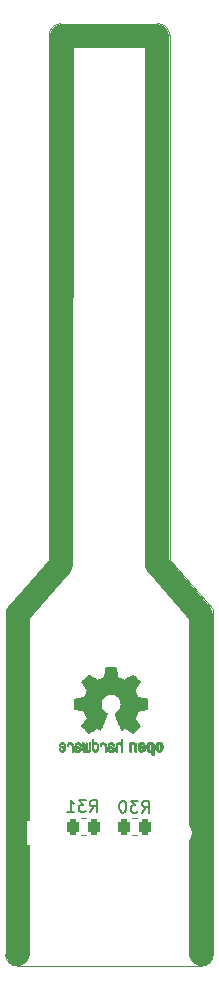
<source format=gbr>
%TF.GenerationSoftware,KiCad,Pcbnew,6.0.2-378541a8eb~116~ubuntu20.04.1*%
%TF.CreationDate,2022-02-19T19:42:59-08:00*%
%TF.ProjectId,menorah555_shamash,6d656e6f-7261-4683-9535-355f7368616d,B*%
%TF.SameCoordinates,Original*%
%TF.FileFunction,Legend,Bot*%
%TF.FilePolarity,Positive*%
%FSLAX46Y46*%
G04 Gerber Fmt 4.6, Leading zero omitted, Abs format (unit mm)*
G04 Created by KiCad (PCBNEW 6.0.2-378541a8eb~116~ubuntu20.04.1) date 2022-02-19 19:42:59*
%MOMM*%
%LPD*%
G01*
G04 APERTURE LIST*
G04 Aperture macros list*
%AMRoundRect*
0 Rectangle with rounded corners*
0 $1 Rounding radius*
0 $2 $3 $4 $5 $6 $7 $8 $9 X,Y pos of 4 corners*
0 Add a 4 corners polygon primitive as box body*
4,1,4,$2,$3,$4,$5,$6,$7,$8,$9,$2,$3,0*
0 Add four circle primitives for the rounded corners*
1,1,$1+$1,$2,$3*
1,1,$1+$1,$4,$5*
1,1,$1+$1,$6,$7*
1,1,$1+$1,$8,$9*
0 Add four rect primitives between the rounded corners*
20,1,$1+$1,$2,$3,$4,$5,0*
20,1,$1+$1,$4,$5,$6,$7,0*
20,1,$1+$1,$6,$7,$8,$9,0*
20,1,$1+$1,$8,$9,$2,$3,0*%
G04 Aperture macros list end*
%ADD10C,2.000000*%
%TA.AperFunction,Profile*%
%ADD11C,0.050000*%
%TD*%
%ADD12C,0.150000*%
%ADD13C,0.010000*%
%ADD14C,0.120000*%
%ADD15R,2.000000X2.000000*%
%ADD16O,2.000000X2.000000*%
%ADD17R,3.200000X3.200000*%
%ADD18O,3.200000X3.200000*%
%ADD19RoundRect,0.250000X0.262500X0.450000X-0.262500X0.450000X-0.262500X-0.450000X0.262500X-0.450000X0*%
%ADD20RoundRect,0.250000X-0.262500X-0.450000X0.262500X-0.450000X0.262500X0.450000X-0.262500X0.450000X0*%
%ADD21C,2.000000*%
G04 APERTURE END LIST*
D10*
X121960000Y-143540000D02*
X121970000Y-114850000D01*
X118240000Y-65850000D02*
X110150000Y-65850000D01*
X118220000Y-110610000D02*
X118240000Y-65850000D01*
X110130000Y-110610000D02*
X110150000Y-65850000D01*
X106440000Y-143550000D02*
X106470000Y-114770000D01*
X121970000Y-114850000D02*
X118230000Y-110590000D01*
X106470000Y-114770000D02*
X110110000Y-110650000D01*
D11*
X110100000Y-64800000D02*
X118300000Y-64800000D01*
X119300000Y-110200000D02*
X123000000Y-114400000D01*
X109100000Y-110200000D02*
X105400000Y-114400000D01*
X109100000Y-65800000D02*
X109100000Y-110200000D01*
X110100000Y-64800000D02*
G75*
G03*
X109100000Y-65800000I-1J-999999D01*
G01*
X105400000Y-114400000D02*
X105400000Y-143600000D01*
X123000000Y-114400000D02*
X123000000Y-143600000D01*
X119300000Y-65800000D02*
X119300000Y-110200000D01*
X119300000Y-65800000D02*
G75*
G03*
X118300000Y-64800000I-999999J1D01*
G01*
X122000000Y-144600000D02*
G75*
G03*
X123000000Y-143600000I1J999999D01*
G01*
X106400000Y-144600000D02*
X122000000Y-144600000D01*
X105400000Y-143600000D02*
G75*
G03*
X106400000Y-144600000I999999J-1D01*
G01*
D12*
%TO.C,R30*%
X116955357Y-131602380D02*
X117288690Y-131126190D01*
X117526785Y-131602380D02*
X117526785Y-130602380D01*
X117145833Y-130602380D01*
X117050595Y-130650000D01*
X117002976Y-130697619D01*
X116955357Y-130792857D01*
X116955357Y-130935714D01*
X117002976Y-131030952D01*
X117050595Y-131078571D01*
X117145833Y-131126190D01*
X117526785Y-131126190D01*
X116622023Y-130602380D02*
X116002976Y-130602380D01*
X116336309Y-130983333D01*
X116193452Y-130983333D01*
X116098214Y-131030952D01*
X116050595Y-131078571D01*
X116002976Y-131173809D01*
X116002976Y-131411904D01*
X116050595Y-131507142D01*
X116098214Y-131554761D01*
X116193452Y-131602380D01*
X116479166Y-131602380D01*
X116574404Y-131554761D01*
X116622023Y-131507142D01*
X115383928Y-130602380D02*
X115288690Y-130602380D01*
X115193452Y-130650000D01*
X115145833Y-130697619D01*
X115098214Y-130792857D01*
X115050595Y-130983333D01*
X115050595Y-131221428D01*
X115098214Y-131411904D01*
X115145833Y-131507142D01*
X115193452Y-131554761D01*
X115288690Y-131602380D01*
X115383928Y-131602380D01*
X115479166Y-131554761D01*
X115526785Y-131507142D01*
X115574404Y-131411904D01*
X115622023Y-131221428D01*
X115622023Y-130983333D01*
X115574404Y-130792857D01*
X115526785Y-130697619D01*
X115479166Y-130650000D01*
X115383928Y-130602380D01*
%TO.C,R31*%
X112542857Y-131552380D02*
X112876190Y-131076190D01*
X113114285Y-131552380D02*
X113114285Y-130552380D01*
X112733333Y-130552380D01*
X112638095Y-130600000D01*
X112590476Y-130647619D01*
X112542857Y-130742857D01*
X112542857Y-130885714D01*
X112590476Y-130980952D01*
X112638095Y-131028571D01*
X112733333Y-131076190D01*
X113114285Y-131076190D01*
X112209523Y-130552380D02*
X111590476Y-130552380D01*
X111923809Y-130933333D01*
X111780952Y-130933333D01*
X111685714Y-130980952D01*
X111638095Y-131028571D01*
X111590476Y-131123809D01*
X111590476Y-131361904D01*
X111638095Y-131457142D01*
X111685714Y-131504761D01*
X111780952Y-131552380D01*
X112066666Y-131552380D01*
X112161904Y-131504761D01*
X112209523Y-131457142D01*
X110638095Y-131552380D02*
X111209523Y-131552380D01*
X110923809Y-131552380D02*
X110923809Y-130552380D01*
X111019047Y-130695238D01*
X111114285Y-130790476D01*
X111209523Y-130838095D01*
D13*
%TO.C,LOGO2*%
X111904071Y-125656662D02*
X111901089Y-125708068D01*
X111901089Y-125708068D02*
X111898753Y-125786192D01*
X111898753Y-125786192D02*
X111897251Y-125884857D01*
X111897251Y-125884857D02*
X111896769Y-125988343D01*
X111896769Y-125988343D02*
X111896769Y-126338533D01*
X111896769Y-126338533D02*
X111958599Y-126400363D01*
X111958599Y-126400363D02*
X112001207Y-126438462D01*
X112001207Y-126438462D02*
X112038610Y-126453895D01*
X112038610Y-126453895D02*
X112089730Y-126452918D01*
X112089730Y-126452918D02*
X112110022Y-126450433D01*
X112110022Y-126450433D02*
X112173446Y-126443200D01*
X112173446Y-126443200D02*
X112225905Y-126439055D01*
X112225905Y-126439055D02*
X112238692Y-126438672D01*
X112238692Y-126438672D02*
X112281801Y-126441176D01*
X112281801Y-126441176D02*
X112343456Y-126447462D01*
X112343456Y-126447462D02*
X112367362Y-126450433D01*
X112367362Y-126450433D02*
X112426078Y-126455028D01*
X112426078Y-126455028D02*
X112465536Y-126445046D01*
X112465536Y-126445046D02*
X112504662Y-126414228D01*
X112504662Y-126414228D02*
X112518785Y-126400363D01*
X112518785Y-126400363D02*
X112580615Y-126338533D01*
X112580615Y-126338533D02*
X112580615Y-125683503D01*
X112580615Y-125683503D02*
X112530850Y-125660829D01*
X112530850Y-125660829D02*
X112487998Y-125644034D01*
X112487998Y-125644034D02*
X112462927Y-125638154D01*
X112462927Y-125638154D02*
X112456499Y-125656736D01*
X112456499Y-125656736D02*
X112450491Y-125708655D01*
X112450491Y-125708655D02*
X112445303Y-125788172D01*
X112445303Y-125788172D02*
X112441336Y-125889546D01*
X112441336Y-125889546D02*
X112439423Y-125975192D01*
X112439423Y-125975192D02*
X112434077Y-126312231D01*
X112434077Y-126312231D02*
X112387440Y-126318825D01*
X112387440Y-126318825D02*
X112345024Y-126314214D01*
X112345024Y-126314214D02*
X112324240Y-126299287D01*
X112324240Y-126299287D02*
X112318430Y-126271377D01*
X112318430Y-126271377D02*
X112313470Y-126211925D01*
X112313470Y-126211925D02*
X112309754Y-126128466D01*
X112309754Y-126128466D02*
X112307676Y-126028532D01*
X112307676Y-126028532D02*
X112307376Y-125977104D01*
X112307376Y-125977104D02*
X112307077Y-125681054D01*
X112307077Y-125681054D02*
X112245546Y-125659604D01*
X112245546Y-125659604D02*
X112201996Y-125645020D01*
X112201996Y-125645020D02*
X112178306Y-125638219D01*
X112178306Y-125638219D02*
X112177623Y-125638154D01*
X112177623Y-125638154D02*
X112175246Y-125656642D01*
X112175246Y-125656642D02*
X112172634Y-125707906D01*
X112172634Y-125707906D02*
X112170005Y-125785649D01*
X112170005Y-125785649D02*
X112167579Y-125883574D01*
X112167579Y-125883574D02*
X112165885Y-125975192D01*
X112165885Y-125975192D02*
X112160539Y-126312231D01*
X112160539Y-126312231D02*
X112043308Y-126312231D01*
X112043308Y-126312231D02*
X112037928Y-126004746D01*
X112037928Y-126004746D02*
X112032549Y-125697261D01*
X112032549Y-125697261D02*
X111975399Y-125667707D01*
X111975399Y-125667707D02*
X111933203Y-125647413D01*
X111933203Y-125647413D02*
X111908230Y-125638204D01*
X111908230Y-125638204D02*
X111907509Y-125638154D01*
X111907509Y-125638154D02*
X111904071Y-125656662D01*
X111904071Y-125656662D02*
X111904071Y-125656662D01*
G36*
X112487998Y-125644034D02*
G01*
X112530850Y-125660829D01*
X112580615Y-125683503D01*
X112580615Y-126338533D01*
X112518785Y-126400363D01*
X112504662Y-126414228D01*
X112465536Y-126445046D01*
X112426078Y-126455028D01*
X112367362Y-126450433D01*
X112343456Y-126447462D01*
X112281801Y-126441176D01*
X112238692Y-126438672D01*
X112225905Y-126439055D01*
X112173446Y-126443200D01*
X112110022Y-126450433D01*
X112089730Y-126452918D01*
X112038610Y-126453895D01*
X112001207Y-126438462D01*
X111958599Y-126400363D01*
X111896769Y-126338533D01*
X111896769Y-125988343D01*
X111897251Y-125884857D01*
X111898753Y-125786192D01*
X111901089Y-125708068D01*
X111904071Y-125656662D01*
X111907509Y-125638154D01*
X111908230Y-125638204D01*
X111933203Y-125647413D01*
X111975399Y-125667707D01*
X112032549Y-125697261D01*
X112037928Y-126004746D01*
X112043308Y-126312231D01*
X112160539Y-126312231D01*
X112165885Y-125975192D01*
X112167579Y-125883574D01*
X112170005Y-125785649D01*
X112172634Y-125707906D01*
X112175246Y-125656642D01*
X112177623Y-125638154D01*
X112178306Y-125638219D01*
X112201996Y-125645020D01*
X112245546Y-125659604D01*
X112307077Y-125681054D01*
X112307376Y-125977104D01*
X112307676Y-126028532D01*
X112309754Y-126128466D01*
X112313470Y-126211925D01*
X112318430Y-126271377D01*
X112324240Y-126299287D01*
X112345024Y-126314214D01*
X112387440Y-126318825D01*
X112434077Y-126312231D01*
X112439423Y-125975192D01*
X112441336Y-125889546D01*
X112445303Y-125788172D01*
X112450491Y-125708655D01*
X112456499Y-125656736D01*
X112462927Y-125638154D01*
X112487998Y-125644034D01*
G37*
X112487998Y-125644034D02*
X112530850Y-125660829D01*
X112580615Y-125683503D01*
X112580615Y-126338533D01*
X112518785Y-126400363D01*
X112504662Y-126414228D01*
X112465536Y-126445046D01*
X112426078Y-126455028D01*
X112367362Y-126450433D01*
X112343456Y-126447462D01*
X112281801Y-126441176D01*
X112238692Y-126438672D01*
X112225905Y-126439055D01*
X112173446Y-126443200D01*
X112110022Y-126450433D01*
X112089730Y-126452918D01*
X112038610Y-126453895D01*
X112001207Y-126438462D01*
X111958599Y-126400363D01*
X111896769Y-126338533D01*
X111896769Y-125988343D01*
X111897251Y-125884857D01*
X111898753Y-125786192D01*
X111901089Y-125708068D01*
X111904071Y-125656662D01*
X111907509Y-125638154D01*
X111908230Y-125638204D01*
X111933203Y-125647413D01*
X111975399Y-125667707D01*
X112032549Y-125697261D01*
X112037928Y-126004746D01*
X112043308Y-126312231D01*
X112160539Y-126312231D01*
X112165885Y-125975192D01*
X112167579Y-125883574D01*
X112170005Y-125785649D01*
X112172634Y-125707906D01*
X112175246Y-125656642D01*
X112177623Y-125638154D01*
X112178306Y-125638219D01*
X112201996Y-125645020D01*
X112245546Y-125659604D01*
X112307077Y-125681054D01*
X112307376Y-125977104D01*
X112307676Y-126028532D01*
X112309754Y-126128466D01*
X112313470Y-126211925D01*
X112318430Y-126271377D01*
X112324240Y-126299287D01*
X112345024Y-126314214D01*
X112387440Y-126318825D01*
X112434077Y-126312231D01*
X112439423Y-125975192D01*
X112441336Y-125889546D01*
X112445303Y-125788172D01*
X112450491Y-125708655D01*
X112456499Y-125656736D01*
X112462927Y-125638154D01*
X112487998Y-125644034D01*
X113586638Y-125644670D02*
X113497883Y-125677421D01*
X113497883Y-125677421D02*
X113425978Y-125735350D01*
X113425978Y-125735350D02*
X113397856Y-125776128D01*
X113397856Y-125776128D02*
X113367198Y-125850954D01*
X113367198Y-125850954D02*
X113367835Y-125905058D01*
X113367835Y-125905058D02*
X113400013Y-125941446D01*
X113400013Y-125941446D02*
X113411919Y-125947633D01*
X113411919Y-125947633D02*
X113463325Y-125966925D01*
X113463325Y-125966925D02*
X113489578Y-125961982D01*
X113489578Y-125961982D02*
X113498470Y-125929587D01*
X113498470Y-125929587D02*
X113498923Y-125911692D01*
X113498923Y-125911692D02*
X113515203Y-125845859D01*
X113515203Y-125845859D02*
X113557635Y-125799807D01*
X113557635Y-125799807D02*
X113616612Y-125777564D01*
X113616612Y-125777564D02*
X113682525Y-125783161D01*
X113682525Y-125783161D02*
X113736105Y-125812229D01*
X113736105Y-125812229D02*
X113754202Y-125828810D01*
X113754202Y-125828810D02*
X113767029Y-125848925D01*
X113767029Y-125848925D02*
X113775694Y-125879332D01*
X113775694Y-125879332D02*
X113781304Y-125926788D01*
X113781304Y-125926788D02*
X113784965Y-125998050D01*
X113784965Y-125998050D02*
X113787785Y-126099875D01*
X113787785Y-126099875D02*
X113788516Y-126132115D01*
X113788516Y-126132115D02*
X113791180Y-126242410D01*
X113791180Y-126242410D02*
X113794208Y-126320036D01*
X113794208Y-126320036D02*
X113798750Y-126371396D01*
X113798750Y-126371396D02*
X113805954Y-126402890D01*
X113805954Y-126402890D02*
X113816967Y-126420920D01*
X113816967Y-126420920D02*
X113832940Y-126431888D01*
X113832940Y-126431888D02*
X113843166Y-126436733D01*
X113843166Y-126436733D02*
X113886594Y-126453301D01*
X113886594Y-126453301D02*
X113912158Y-126458769D01*
X113912158Y-126458769D02*
X113920605Y-126440507D01*
X113920605Y-126440507D02*
X113925761Y-126385296D01*
X113925761Y-126385296D02*
X113927654Y-126292499D01*
X113927654Y-126292499D02*
X113926311Y-126161478D01*
X113926311Y-126161478D02*
X113925893Y-126141269D01*
X113925893Y-126141269D02*
X113922942Y-126021733D01*
X113922942Y-126021733D02*
X113919452Y-125934449D01*
X113919452Y-125934449D02*
X113914486Y-125872591D01*
X113914486Y-125872591D02*
X113907107Y-125829336D01*
X113907107Y-125829336D02*
X113896376Y-125797860D01*
X113896376Y-125797860D02*
X113881355Y-125771339D01*
X113881355Y-125771339D02*
X113873498Y-125759975D01*
X113873498Y-125759975D02*
X113828447Y-125709692D01*
X113828447Y-125709692D02*
X113778060Y-125670581D01*
X113778060Y-125670581D02*
X113771892Y-125667167D01*
X113771892Y-125667167D02*
X113681542Y-125640212D01*
X113681542Y-125640212D02*
X113586638Y-125644670D01*
X113586638Y-125644670D02*
X113586638Y-125644670D01*
G36*
X113771892Y-125667167D02*
G01*
X113778060Y-125670581D01*
X113828447Y-125709692D01*
X113873498Y-125759975D01*
X113881355Y-125771339D01*
X113896376Y-125797860D01*
X113907107Y-125829336D01*
X113914486Y-125872591D01*
X113919452Y-125934449D01*
X113922942Y-126021733D01*
X113925893Y-126141269D01*
X113926311Y-126161478D01*
X113927654Y-126292499D01*
X113925761Y-126385296D01*
X113920605Y-126440507D01*
X113912158Y-126458769D01*
X113886594Y-126453301D01*
X113843166Y-126436733D01*
X113832940Y-126431888D01*
X113816967Y-126420920D01*
X113805954Y-126402890D01*
X113798750Y-126371396D01*
X113794208Y-126320036D01*
X113791180Y-126242410D01*
X113788516Y-126132115D01*
X113787785Y-126099875D01*
X113784965Y-125998050D01*
X113781304Y-125926788D01*
X113775694Y-125879332D01*
X113767029Y-125848925D01*
X113754202Y-125828810D01*
X113736105Y-125812229D01*
X113682525Y-125783161D01*
X113616612Y-125777564D01*
X113557635Y-125799807D01*
X113515203Y-125845859D01*
X113498923Y-125911692D01*
X113498470Y-125929587D01*
X113489578Y-125961982D01*
X113463325Y-125966925D01*
X113411919Y-125947633D01*
X113400013Y-125941446D01*
X113367835Y-125905058D01*
X113367198Y-125850954D01*
X113397856Y-125776128D01*
X113425978Y-125735350D01*
X113497883Y-125677421D01*
X113586638Y-125644670D01*
X113681542Y-125640212D01*
X113771892Y-125667167D01*
G37*
X113771892Y-125667167D02*
X113778060Y-125670581D01*
X113828447Y-125709692D01*
X113873498Y-125759975D01*
X113881355Y-125771339D01*
X113896376Y-125797860D01*
X113907107Y-125829336D01*
X113914486Y-125872591D01*
X113919452Y-125934449D01*
X113922942Y-126021733D01*
X113925893Y-126141269D01*
X113926311Y-126161478D01*
X113927654Y-126292499D01*
X113925761Y-126385296D01*
X113920605Y-126440507D01*
X113912158Y-126458769D01*
X113886594Y-126453301D01*
X113843166Y-126436733D01*
X113832940Y-126431888D01*
X113816967Y-126420920D01*
X113805954Y-126402890D01*
X113798750Y-126371396D01*
X113794208Y-126320036D01*
X113791180Y-126242410D01*
X113788516Y-126132115D01*
X113787785Y-126099875D01*
X113784965Y-125998050D01*
X113781304Y-125926788D01*
X113775694Y-125879332D01*
X113767029Y-125848925D01*
X113754202Y-125828810D01*
X113736105Y-125812229D01*
X113682525Y-125783161D01*
X113616612Y-125777564D01*
X113557635Y-125799807D01*
X113515203Y-125845859D01*
X113498923Y-125911692D01*
X113498470Y-125929587D01*
X113489578Y-125961982D01*
X113463325Y-125966925D01*
X113411919Y-125947633D01*
X113400013Y-125941446D01*
X113367835Y-125905058D01*
X113367198Y-125850954D01*
X113397856Y-125776128D01*
X113425978Y-125735350D01*
X113497883Y-125677421D01*
X113586638Y-125644670D01*
X113681542Y-125640212D01*
X113771892Y-125667167D01*
X118283114Y-125607256D02*
X118191536Y-125655409D01*
X118191536Y-125655409D02*
X118123951Y-125732905D01*
X118123951Y-125732905D02*
X118099943Y-125782727D01*
X118099943Y-125782727D02*
X118081262Y-125857533D01*
X118081262Y-125857533D02*
X118071699Y-125952052D01*
X118071699Y-125952052D02*
X118070792Y-126055210D01*
X118070792Y-126055210D02*
X118078079Y-126155935D01*
X118078079Y-126155935D02*
X118093097Y-126243153D01*
X118093097Y-126243153D02*
X118115385Y-126305791D01*
X118115385Y-126305791D02*
X118122235Y-126316579D01*
X118122235Y-126316579D02*
X118203368Y-126397105D01*
X118203368Y-126397105D02*
X118299734Y-126445336D01*
X118299734Y-126445336D02*
X118404299Y-126459450D01*
X118404299Y-126459450D02*
X118510032Y-126437629D01*
X118510032Y-126437629D02*
X118539457Y-126424547D01*
X118539457Y-126424547D02*
X118596759Y-126384231D01*
X118596759Y-126384231D02*
X118647050Y-126330775D01*
X118647050Y-126330775D02*
X118651803Y-126323995D01*
X118651803Y-126323995D02*
X118671122Y-126291321D01*
X118671122Y-126291321D02*
X118683892Y-126256394D01*
X118683892Y-126256394D02*
X118691436Y-126210414D01*
X118691436Y-126210414D02*
X118695076Y-126144584D01*
X118695076Y-126144584D02*
X118696135Y-126050105D01*
X118696135Y-126050105D02*
X118696154Y-126028923D01*
X118696154Y-126028923D02*
X118696106Y-126022182D01*
X118696106Y-126022182D02*
X118500769Y-126022182D01*
X118500769Y-126022182D02*
X118499632Y-126111349D01*
X118499632Y-126111349D02*
X118495159Y-126170520D01*
X118495159Y-126170520D02*
X118485754Y-126208741D01*
X118485754Y-126208741D02*
X118469824Y-126235053D01*
X118469824Y-126235053D02*
X118461692Y-126243846D01*
X118461692Y-126243846D02*
X118414942Y-126277261D01*
X118414942Y-126277261D02*
X118369553Y-126275737D01*
X118369553Y-126275737D02*
X118323660Y-126246752D01*
X118323660Y-126246752D02*
X118296288Y-126215809D01*
X118296288Y-126215809D02*
X118280077Y-126170643D01*
X118280077Y-126170643D02*
X118270974Y-126099420D01*
X118270974Y-126099420D02*
X118270349Y-126091114D01*
X118270349Y-126091114D02*
X118268796Y-125962037D01*
X118268796Y-125962037D02*
X118285035Y-125866172D01*
X118285035Y-125866172D02*
X118318848Y-125804107D01*
X118318848Y-125804107D02*
X118370016Y-125776432D01*
X118370016Y-125776432D02*
X118388280Y-125774923D01*
X118388280Y-125774923D02*
X118436240Y-125782513D01*
X118436240Y-125782513D02*
X118469047Y-125808808D01*
X118469047Y-125808808D02*
X118489105Y-125859095D01*
X118489105Y-125859095D02*
X118498822Y-125938664D01*
X118498822Y-125938664D02*
X118500769Y-126022182D01*
X118500769Y-126022182D02*
X118696106Y-126022182D01*
X118696106Y-126022182D02*
X118695426Y-125928249D01*
X118695426Y-125928249D02*
X118692371Y-125857906D01*
X118692371Y-125857906D02*
X118685678Y-125809163D01*
X118685678Y-125809163D02*
X118674040Y-125773288D01*
X118674040Y-125773288D02*
X118656147Y-125741548D01*
X118656147Y-125741548D02*
X118652192Y-125735648D01*
X118652192Y-125735648D02*
X118585733Y-125656104D01*
X118585733Y-125656104D02*
X118513315Y-125609929D01*
X118513315Y-125609929D02*
X118425151Y-125591599D01*
X118425151Y-125591599D02*
X118395213Y-125590703D01*
X118395213Y-125590703D02*
X118283114Y-125607256D01*
X118283114Y-125607256D02*
X118283114Y-125607256D01*
G36*
X118696135Y-126050105D02*
G01*
X118695076Y-126144584D01*
X118691436Y-126210414D01*
X118683892Y-126256394D01*
X118671122Y-126291321D01*
X118651803Y-126323995D01*
X118647050Y-126330775D01*
X118596759Y-126384231D01*
X118539457Y-126424547D01*
X118510032Y-126437629D01*
X118404299Y-126459450D01*
X118299734Y-126445336D01*
X118203368Y-126397105D01*
X118122235Y-126316579D01*
X118115385Y-126305791D01*
X118093097Y-126243153D01*
X118078079Y-126155935D01*
X118070792Y-126055210D01*
X118071611Y-125962037D01*
X118268796Y-125962037D01*
X118270349Y-126091114D01*
X118270974Y-126099420D01*
X118280077Y-126170643D01*
X118296288Y-126215809D01*
X118323660Y-126246752D01*
X118369553Y-126275737D01*
X118414942Y-126277261D01*
X118461692Y-126243846D01*
X118469824Y-126235053D01*
X118485754Y-126208741D01*
X118495159Y-126170520D01*
X118499632Y-126111349D01*
X118500769Y-126022182D01*
X118498822Y-125938664D01*
X118489105Y-125859095D01*
X118469047Y-125808808D01*
X118436240Y-125782513D01*
X118388280Y-125774923D01*
X118370016Y-125776432D01*
X118318848Y-125804107D01*
X118285035Y-125866172D01*
X118268796Y-125962037D01*
X118071611Y-125962037D01*
X118071699Y-125952052D01*
X118081262Y-125857533D01*
X118099943Y-125782727D01*
X118123951Y-125732905D01*
X118191536Y-125655409D01*
X118283114Y-125607256D01*
X118395213Y-125590703D01*
X118425151Y-125591599D01*
X118513315Y-125609929D01*
X118585733Y-125656104D01*
X118652192Y-125735648D01*
X118656147Y-125741548D01*
X118674040Y-125773288D01*
X118685678Y-125809163D01*
X118692371Y-125857906D01*
X118695426Y-125928249D01*
X118696106Y-126022182D01*
X118696154Y-126028923D01*
X118696135Y-126050105D01*
G37*
X118696135Y-126050105D02*
X118695076Y-126144584D01*
X118691436Y-126210414D01*
X118683892Y-126256394D01*
X118671122Y-126291321D01*
X118651803Y-126323995D01*
X118647050Y-126330775D01*
X118596759Y-126384231D01*
X118539457Y-126424547D01*
X118510032Y-126437629D01*
X118404299Y-126459450D01*
X118299734Y-126445336D01*
X118203368Y-126397105D01*
X118122235Y-126316579D01*
X118115385Y-126305791D01*
X118093097Y-126243153D01*
X118078079Y-126155935D01*
X118070792Y-126055210D01*
X118071611Y-125962037D01*
X118268796Y-125962037D01*
X118270349Y-126091114D01*
X118270974Y-126099420D01*
X118280077Y-126170643D01*
X118296288Y-126215809D01*
X118323660Y-126246752D01*
X118369553Y-126275737D01*
X118414942Y-126277261D01*
X118461692Y-126243846D01*
X118469824Y-126235053D01*
X118485754Y-126208741D01*
X118495159Y-126170520D01*
X118499632Y-126111349D01*
X118500769Y-126022182D01*
X118498822Y-125938664D01*
X118489105Y-125859095D01*
X118469047Y-125808808D01*
X118436240Y-125782513D01*
X118388280Y-125774923D01*
X118370016Y-125776432D01*
X118318848Y-125804107D01*
X118285035Y-125866172D01*
X118268796Y-125962037D01*
X118071611Y-125962037D01*
X118071699Y-125952052D01*
X118081262Y-125857533D01*
X118099943Y-125782727D01*
X118123951Y-125732905D01*
X118191536Y-125655409D01*
X118283114Y-125607256D01*
X118395213Y-125590703D01*
X118425151Y-125591599D01*
X118513315Y-125609929D01*
X118585733Y-125656104D01*
X118652192Y-125735648D01*
X118656147Y-125741548D01*
X118674040Y-125773288D01*
X118685678Y-125809163D01*
X118692371Y-125857906D01*
X118695426Y-125928249D01*
X118696106Y-126022182D01*
X118696154Y-126028923D01*
X118696135Y-126050105D01*
X114246499Y-125646303D02*
X114169940Y-125674733D01*
X114169940Y-125674733D02*
X114169064Y-125675279D01*
X114169064Y-125675279D02*
X114121715Y-125710127D01*
X114121715Y-125710127D02*
X114086759Y-125750852D01*
X114086759Y-125750852D02*
X114062175Y-125803925D01*
X114062175Y-125803925D02*
X114045938Y-125875814D01*
X114045938Y-125875814D02*
X114036025Y-125972992D01*
X114036025Y-125972992D02*
X114030414Y-126101928D01*
X114030414Y-126101928D02*
X114029923Y-126120298D01*
X114029923Y-126120298D02*
X114022859Y-126397287D01*
X114022859Y-126397287D02*
X114082305Y-126428028D01*
X114082305Y-126428028D02*
X114125319Y-126448802D01*
X114125319Y-126448802D02*
X114151290Y-126458646D01*
X114151290Y-126458646D02*
X114152491Y-126458769D01*
X114152491Y-126458769D02*
X114156986Y-126440606D01*
X114156986Y-126440606D02*
X114160556Y-126391612D01*
X114160556Y-126391612D02*
X114162752Y-126320031D01*
X114162752Y-126320031D02*
X114163231Y-126262068D01*
X114163231Y-126262068D02*
X114163242Y-126168170D01*
X114163242Y-126168170D02*
X114167534Y-126109203D01*
X114167534Y-126109203D02*
X114182497Y-126081079D01*
X114182497Y-126081079D02*
X114214518Y-126079706D01*
X114214518Y-126079706D02*
X114269986Y-126100998D01*
X114269986Y-126100998D02*
X114353731Y-126140136D01*
X114353731Y-126140136D02*
X114415311Y-126172643D01*
X114415311Y-126172643D02*
X114446983Y-126200845D01*
X114446983Y-126200845D02*
X114456294Y-126231582D01*
X114456294Y-126231582D02*
X114456308Y-126233104D01*
X114456308Y-126233104D02*
X114440943Y-126286054D01*
X114440943Y-126286054D02*
X114395453Y-126314660D01*
X114395453Y-126314660D02*
X114325834Y-126318803D01*
X114325834Y-126318803D02*
X114275687Y-126318084D01*
X114275687Y-126318084D02*
X114249246Y-126332527D01*
X114249246Y-126332527D02*
X114232757Y-126367218D01*
X114232757Y-126367218D02*
X114223267Y-126411416D01*
X114223267Y-126411416D02*
X114236943Y-126436493D01*
X114236943Y-126436493D02*
X114242093Y-126440082D01*
X114242093Y-126440082D02*
X114290575Y-126454496D01*
X114290575Y-126454496D02*
X114358469Y-126456537D01*
X114358469Y-126456537D02*
X114428388Y-126446983D01*
X114428388Y-126446983D02*
X114477932Y-126429522D01*
X114477932Y-126429522D02*
X114546430Y-126371364D01*
X114546430Y-126371364D02*
X114585366Y-126290408D01*
X114585366Y-126290408D02*
X114593077Y-126227160D01*
X114593077Y-126227160D02*
X114587193Y-126170111D01*
X114587193Y-126170111D02*
X114565899Y-126123542D01*
X114565899Y-126123542D02*
X114523735Y-126082181D01*
X114523735Y-126082181D02*
X114455241Y-126040755D01*
X114455241Y-126040755D02*
X114354956Y-125993993D01*
X114354956Y-125993993D02*
X114348846Y-125991350D01*
X114348846Y-125991350D02*
X114258510Y-125949617D01*
X114258510Y-125949617D02*
X114202765Y-125915391D01*
X114202765Y-125915391D02*
X114178871Y-125884635D01*
X114178871Y-125884635D02*
X114184087Y-125853311D01*
X114184087Y-125853311D02*
X114215672Y-125817383D01*
X114215672Y-125817383D02*
X114225117Y-125809116D01*
X114225117Y-125809116D02*
X114288383Y-125777058D01*
X114288383Y-125777058D02*
X114353936Y-125778407D01*
X114353936Y-125778407D02*
X114411028Y-125809838D01*
X114411028Y-125809838D02*
X114448907Y-125868024D01*
X114448907Y-125868024D02*
X114452426Y-125879446D01*
X114452426Y-125879446D02*
X114486700Y-125934837D01*
X114486700Y-125934837D02*
X114530191Y-125961518D01*
X114530191Y-125961518D02*
X114593077Y-125987960D01*
X114593077Y-125987960D02*
X114593077Y-125919548D01*
X114593077Y-125919548D02*
X114573948Y-125820110D01*
X114573948Y-125820110D02*
X114517169Y-125728902D01*
X114517169Y-125728902D02*
X114487622Y-125698389D01*
X114487622Y-125698389D02*
X114420458Y-125659228D01*
X114420458Y-125659228D02*
X114335044Y-125641500D01*
X114335044Y-125641500D02*
X114246499Y-125646303D01*
X114246499Y-125646303D02*
X114246499Y-125646303D01*
G36*
X114420458Y-125659228D02*
G01*
X114487622Y-125698389D01*
X114517169Y-125728902D01*
X114573948Y-125820110D01*
X114593077Y-125919548D01*
X114593077Y-125987960D01*
X114530191Y-125961518D01*
X114486700Y-125934837D01*
X114452426Y-125879446D01*
X114448907Y-125868024D01*
X114411028Y-125809838D01*
X114353936Y-125778407D01*
X114288383Y-125777058D01*
X114225117Y-125809116D01*
X114215672Y-125817383D01*
X114184087Y-125853311D01*
X114178871Y-125884635D01*
X114202765Y-125915391D01*
X114258510Y-125949617D01*
X114348846Y-125991350D01*
X114354956Y-125993993D01*
X114455241Y-126040755D01*
X114523735Y-126082181D01*
X114565899Y-126123542D01*
X114587193Y-126170111D01*
X114593077Y-126227160D01*
X114585366Y-126290408D01*
X114546430Y-126371364D01*
X114477932Y-126429522D01*
X114428388Y-126446983D01*
X114358469Y-126456537D01*
X114290575Y-126454496D01*
X114242093Y-126440082D01*
X114236943Y-126436493D01*
X114223267Y-126411416D01*
X114232757Y-126367218D01*
X114249246Y-126332527D01*
X114275687Y-126318084D01*
X114325834Y-126318803D01*
X114395453Y-126314660D01*
X114440943Y-126286054D01*
X114456308Y-126233104D01*
X114456294Y-126231582D01*
X114446983Y-126200845D01*
X114415311Y-126172643D01*
X114353731Y-126140136D01*
X114269986Y-126100998D01*
X114214518Y-126079706D01*
X114182497Y-126081079D01*
X114167534Y-126109203D01*
X114163242Y-126168170D01*
X114163231Y-126262068D01*
X114162752Y-126320031D01*
X114160556Y-126391612D01*
X114156986Y-126440606D01*
X114152491Y-126458769D01*
X114151290Y-126458646D01*
X114125319Y-126448802D01*
X114082305Y-126428028D01*
X114022859Y-126397287D01*
X114029923Y-126120298D01*
X114030414Y-126101928D01*
X114036025Y-125972992D01*
X114045938Y-125875814D01*
X114062175Y-125803925D01*
X114086759Y-125750852D01*
X114121715Y-125710127D01*
X114169064Y-125675279D01*
X114169940Y-125674733D01*
X114246499Y-125646303D01*
X114335044Y-125641500D01*
X114420458Y-125659228D01*
G37*
X114420458Y-125659228D02*
X114487622Y-125698389D01*
X114517169Y-125728902D01*
X114573948Y-125820110D01*
X114593077Y-125919548D01*
X114593077Y-125987960D01*
X114530191Y-125961518D01*
X114486700Y-125934837D01*
X114452426Y-125879446D01*
X114448907Y-125868024D01*
X114411028Y-125809838D01*
X114353936Y-125778407D01*
X114288383Y-125777058D01*
X114225117Y-125809116D01*
X114215672Y-125817383D01*
X114184087Y-125853311D01*
X114178871Y-125884635D01*
X114202765Y-125915391D01*
X114258510Y-125949617D01*
X114348846Y-125991350D01*
X114354956Y-125993993D01*
X114455241Y-126040755D01*
X114523735Y-126082181D01*
X114565899Y-126123542D01*
X114587193Y-126170111D01*
X114593077Y-126227160D01*
X114585366Y-126290408D01*
X114546430Y-126371364D01*
X114477932Y-126429522D01*
X114428388Y-126446983D01*
X114358469Y-126456537D01*
X114290575Y-126454496D01*
X114242093Y-126440082D01*
X114236943Y-126436493D01*
X114223267Y-126411416D01*
X114232757Y-126367218D01*
X114249246Y-126332527D01*
X114275687Y-126318084D01*
X114325834Y-126318803D01*
X114395453Y-126314660D01*
X114440943Y-126286054D01*
X114456308Y-126233104D01*
X114456294Y-126231582D01*
X114446983Y-126200845D01*
X114415311Y-126172643D01*
X114353731Y-126140136D01*
X114269986Y-126100998D01*
X114214518Y-126079706D01*
X114182497Y-126081079D01*
X114167534Y-126109203D01*
X114163242Y-126168170D01*
X114163231Y-126262068D01*
X114162752Y-126320031D01*
X114160556Y-126391612D01*
X114156986Y-126440606D01*
X114152491Y-126458769D01*
X114151290Y-126458646D01*
X114125319Y-126448802D01*
X114082305Y-126428028D01*
X114022859Y-126397287D01*
X114029923Y-126120298D01*
X114030414Y-126101928D01*
X114036025Y-125972992D01*
X114045938Y-125875814D01*
X114062175Y-125803925D01*
X114086759Y-125750852D01*
X114121715Y-125710127D01*
X114169064Y-125675279D01*
X114169940Y-125674733D01*
X114246499Y-125646303D01*
X114335044Y-125641500D01*
X114420458Y-125659228D01*
X110729193Y-125656782D02*
X110705839Y-125666988D01*
X110705839Y-125666988D02*
X110650098Y-125711134D01*
X110650098Y-125711134D02*
X110602431Y-125774967D01*
X110602431Y-125774967D02*
X110572952Y-125843087D01*
X110572952Y-125843087D02*
X110568154Y-125876670D01*
X110568154Y-125876670D02*
X110584240Y-125923556D01*
X110584240Y-125923556D02*
X110619525Y-125948365D01*
X110619525Y-125948365D02*
X110657356Y-125963387D01*
X110657356Y-125963387D02*
X110674679Y-125966155D01*
X110674679Y-125966155D02*
X110683114Y-125946066D01*
X110683114Y-125946066D02*
X110699770Y-125902351D01*
X110699770Y-125902351D02*
X110707077Y-125882598D01*
X110707077Y-125882598D02*
X110748052Y-125814271D01*
X110748052Y-125814271D02*
X110807378Y-125780191D01*
X110807378Y-125780191D02*
X110883448Y-125781239D01*
X110883448Y-125781239D02*
X110889082Y-125782581D01*
X110889082Y-125782581D02*
X110929695Y-125801836D01*
X110929695Y-125801836D02*
X110959552Y-125839375D01*
X110959552Y-125839375D02*
X110979945Y-125899809D01*
X110979945Y-125899809D02*
X110992164Y-125987751D01*
X110992164Y-125987751D02*
X110997500Y-126107813D01*
X110997500Y-126107813D02*
X110998000Y-126171698D01*
X110998000Y-126171698D02*
X110998248Y-126272403D01*
X110998248Y-126272403D02*
X110999874Y-126341054D01*
X110999874Y-126341054D02*
X111004199Y-126384673D01*
X111004199Y-126384673D02*
X111012546Y-126410282D01*
X111012546Y-126410282D02*
X111026235Y-126424903D01*
X111026235Y-126424903D02*
X111046589Y-126435558D01*
X111046589Y-126435558D02*
X111047766Y-126436095D01*
X111047766Y-126436095D02*
X111086962Y-126452667D01*
X111086962Y-126452667D02*
X111106381Y-126458769D01*
X111106381Y-126458769D02*
X111109365Y-126440319D01*
X111109365Y-126440319D02*
X111111919Y-126389323D01*
X111111919Y-126389323D02*
X111113860Y-126312308D01*
X111113860Y-126312308D02*
X111115003Y-126215805D01*
X111115003Y-126215805D02*
X111115231Y-126145184D01*
X111115231Y-126145184D02*
X111114068Y-126008525D01*
X111114068Y-126008525D02*
X111109521Y-125904851D01*
X111109521Y-125904851D02*
X111100001Y-125828108D01*
X111100001Y-125828108D02*
X111083919Y-125772246D01*
X111083919Y-125772246D02*
X111059687Y-125731212D01*
X111059687Y-125731212D02*
X111025714Y-125698954D01*
X111025714Y-125698954D02*
X110992167Y-125676440D01*
X110992167Y-125676440D02*
X110911501Y-125646476D01*
X110911501Y-125646476D02*
X110817619Y-125639718D01*
X110817619Y-125639718D02*
X110729193Y-125656782D01*
X110729193Y-125656782D02*
X110729193Y-125656782D01*
G36*
X110911501Y-125646476D02*
G01*
X110992167Y-125676440D01*
X111025714Y-125698954D01*
X111059687Y-125731212D01*
X111083919Y-125772246D01*
X111100001Y-125828108D01*
X111109521Y-125904851D01*
X111114068Y-126008525D01*
X111115231Y-126145184D01*
X111115003Y-126215805D01*
X111113860Y-126312308D01*
X111111919Y-126389323D01*
X111109365Y-126440319D01*
X111106381Y-126458769D01*
X111086962Y-126452667D01*
X111047766Y-126436095D01*
X111046589Y-126435558D01*
X111026235Y-126424903D01*
X111012546Y-126410282D01*
X111004199Y-126384673D01*
X110999874Y-126341054D01*
X110998248Y-126272403D01*
X110998000Y-126171698D01*
X110997500Y-126107813D01*
X110992164Y-125987751D01*
X110979945Y-125899809D01*
X110959552Y-125839375D01*
X110929695Y-125801836D01*
X110889082Y-125782581D01*
X110883448Y-125781239D01*
X110807378Y-125780191D01*
X110748052Y-125814271D01*
X110707077Y-125882598D01*
X110699770Y-125902351D01*
X110683114Y-125946066D01*
X110674679Y-125966155D01*
X110657356Y-125963387D01*
X110619525Y-125948365D01*
X110584240Y-125923556D01*
X110568154Y-125876670D01*
X110572952Y-125843087D01*
X110602431Y-125774967D01*
X110650098Y-125711134D01*
X110705839Y-125666988D01*
X110729193Y-125656782D01*
X110817619Y-125639718D01*
X110911501Y-125646476D01*
G37*
X110911501Y-125646476D02*
X110992167Y-125676440D01*
X111025714Y-125698954D01*
X111059687Y-125731212D01*
X111083919Y-125772246D01*
X111100001Y-125828108D01*
X111109521Y-125904851D01*
X111114068Y-126008525D01*
X111115231Y-126145184D01*
X111115003Y-126215805D01*
X111113860Y-126312308D01*
X111111919Y-126389323D01*
X111109365Y-126440319D01*
X111106381Y-126458769D01*
X111086962Y-126452667D01*
X111047766Y-126436095D01*
X111046589Y-126435558D01*
X111026235Y-126424903D01*
X111012546Y-126410282D01*
X111004199Y-126384673D01*
X110999874Y-126341054D01*
X110998248Y-126272403D01*
X110998000Y-126171698D01*
X110997500Y-126107813D01*
X110992164Y-125987751D01*
X110979945Y-125899809D01*
X110959552Y-125839375D01*
X110929695Y-125801836D01*
X110889082Y-125782581D01*
X110883448Y-125781239D01*
X110807378Y-125780191D01*
X110748052Y-125814271D01*
X110707077Y-125882598D01*
X110699770Y-125902351D01*
X110683114Y-125946066D01*
X110674679Y-125966155D01*
X110657356Y-125963387D01*
X110619525Y-125948365D01*
X110584240Y-125923556D01*
X110568154Y-125876670D01*
X110572952Y-125843087D01*
X110602431Y-125774967D01*
X110650098Y-125711134D01*
X110705839Y-125666988D01*
X110729193Y-125656782D01*
X110817619Y-125639718D01*
X110911501Y-125646476D01*
X117531114Y-125604505D02*
X117456461Y-125641727D01*
X117456461Y-125641727D02*
X117390569Y-125710261D01*
X117390569Y-125710261D02*
X117372423Y-125735648D01*
X117372423Y-125735648D02*
X117352655Y-125768866D01*
X117352655Y-125768866D02*
X117339828Y-125804945D01*
X117339828Y-125804945D02*
X117332490Y-125853098D01*
X117332490Y-125853098D02*
X117329187Y-125922536D01*
X117329187Y-125922536D02*
X117328462Y-126014206D01*
X117328462Y-126014206D02*
X117331737Y-126139830D01*
X117331737Y-126139830D02*
X117343123Y-126234154D01*
X117343123Y-126234154D02*
X117364959Y-126304523D01*
X117364959Y-126304523D02*
X117399581Y-126358286D01*
X117399581Y-126358286D02*
X117449330Y-126402788D01*
X117449330Y-126402788D02*
X117452986Y-126405423D01*
X117452986Y-126405423D02*
X117502015Y-126432377D01*
X117502015Y-126432377D02*
X117561055Y-126445712D01*
X117561055Y-126445712D02*
X117636141Y-126449000D01*
X117636141Y-126449000D02*
X117758205Y-126449000D01*
X117758205Y-126449000D02*
X117758256Y-126567497D01*
X117758256Y-126567497D02*
X117759392Y-126633492D01*
X117759392Y-126633492D02*
X117766314Y-126672202D01*
X117766314Y-126672202D02*
X117784402Y-126695419D01*
X117784402Y-126695419D02*
X117819038Y-126714933D01*
X117819038Y-126714933D02*
X117827355Y-126718920D01*
X117827355Y-126718920D02*
X117866280Y-126737603D01*
X117866280Y-126737603D02*
X117896417Y-126749403D01*
X117896417Y-126749403D02*
X117918826Y-126750422D01*
X117918826Y-126750422D02*
X117934567Y-126736761D01*
X117934567Y-126736761D02*
X117944698Y-126704522D01*
X117944698Y-126704522D02*
X117950277Y-126649804D01*
X117950277Y-126649804D02*
X117952365Y-126568711D01*
X117952365Y-126568711D02*
X117952019Y-126457344D01*
X117952019Y-126457344D02*
X117950300Y-126311802D01*
X117950300Y-126311802D02*
X117949763Y-126268269D01*
X117949763Y-126268269D02*
X117947828Y-126118205D01*
X117947828Y-126118205D02*
X117946096Y-126020042D01*
X117946096Y-126020042D02*
X117758308Y-126020042D01*
X117758308Y-126020042D02*
X117757252Y-126103364D01*
X117757252Y-126103364D02*
X117752562Y-126157880D01*
X117752562Y-126157880D02*
X117741949Y-126193837D01*
X117741949Y-126193837D02*
X117723128Y-126221482D01*
X117723128Y-126221482D02*
X117710350Y-126234965D01*
X117710350Y-126234965D02*
X117658110Y-126274417D01*
X117658110Y-126274417D02*
X117611858Y-126277628D01*
X117611858Y-126277628D02*
X117564133Y-126245049D01*
X117564133Y-126245049D02*
X117562923Y-126243846D01*
X117562923Y-126243846D02*
X117543506Y-126218668D01*
X117543506Y-126218668D02*
X117531693Y-126184447D01*
X117531693Y-126184447D02*
X117525735Y-126131748D01*
X117525735Y-126131748D02*
X117523880Y-126051131D01*
X117523880Y-126051131D02*
X117523846Y-126033271D01*
X117523846Y-126033271D02*
X117528330Y-125922175D01*
X117528330Y-125922175D02*
X117542926Y-125845161D01*
X117542926Y-125845161D02*
X117569350Y-125798147D01*
X117569350Y-125798147D02*
X117609317Y-125777050D01*
X117609317Y-125777050D02*
X117632416Y-125774923D01*
X117632416Y-125774923D02*
X117687238Y-125784900D01*
X117687238Y-125784900D02*
X117724842Y-125817752D01*
X117724842Y-125817752D02*
X117747477Y-125877857D01*
X117747477Y-125877857D02*
X117757394Y-125969598D01*
X117757394Y-125969598D02*
X117758308Y-126020042D01*
X117758308Y-126020042D02*
X117946096Y-126020042D01*
X117946096Y-126020042D02*
X117945778Y-126002060D01*
X117945778Y-126002060D02*
X117943127Y-125914679D01*
X117943127Y-125914679D02*
X117939394Y-125850905D01*
X117939394Y-125850905D02*
X117934093Y-125805582D01*
X117934093Y-125805582D02*
X117926742Y-125773555D01*
X117926742Y-125773555D02*
X117916857Y-125749668D01*
X117916857Y-125749668D02*
X117903954Y-125728764D01*
X117903954Y-125728764D02*
X117898421Y-125720898D01*
X117898421Y-125720898D02*
X117825031Y-125646595D01*
X117825031Y-125646595D02*
X117732240Y-125604467D01*
X117732240Y-125604467D02*
X117624904Y-125592722D01*
X117624904Y-125592722D02*
X117531114Y-125604505D01*
X117531114Y-125604505D02*
X117531114Y-125604505D01*
G36*
X117949763Y-126268269D02*
G01*
X117950300Y-126311802D01*
X117952019Y-126457344D01*
X117952365Y-126568711D01*
X117950277Y-126649804D01*
X117944698Y-126704522D01*
X117934567Y-126736761D01*
X117918826Y-126750422D01*
X117896417Y-126749403D01*
X117866280Y-126737603D01*
X117827355Y-126718920D01*
X117819038Y-126714933D01*
X117784402Y-126695419D01*
X117766314Y-126672202D01*
X117759392Y-126633492D01*
X117758256Y-126567497D01*
X117758205Y-126449000D01*
X117636141Y-126449000D01*
X117561055Y-126445712D01*
X117502015Y-126432377D01*
X117452986Y-126405423D01*
X117449330Y-126402788D01*
X117399581Y-126358286D01*
X117364959Y-126304523D01*
X117343123Y-126234154D01*
X117331737Y-126139830D01*
X117328959Y-126033271D01*
X117523846Y-126033271D01*
X117523880Y-126051131D01*
X117525735Y-126131748D01*
X117531693Y-126184447D01*
X117543506Y-126218668D01*
X117562923Y-126243846D01*
X117564133Y-126245049D01*
X117611858Y-126277628D01*
X117658110Y-126274417D01*
X117710350Y-126234965D01*
X117723128Y-126221482D01*
X117741949Y-126193837D01*
X117752562Y-126157880D01*
X117757252Y-126103364D01*
X117758308Y-126020042D01*
X117757394Y-125969598D01*
X117747477Y-125877857D01*
X117724842Y-125817752D01*
X117687238Y-125784900D01*
X117632416Y-125774923D01*
X117609317Y-125777050D01*
X117569350Y-125798147D01*
X117542926Y-125845161D01*
X117528330Y-125922175D01*
X117523846Y-126033271D01*
X117328959Y-126033271D01*
X117328462Y-126014206D01*
X117329187Y-125922536D01*
X117332490Y-125853098D01*
X117339828Y-125804945D01*
X117352655Y-125768866D01*
X117372423Y-125735648D01*
X117390569Y-125710261D01*
X117456461Y-125641727D01*
X117531114Y-125604505D01*
X117624904Y-125592722D01*
X117732240Y-125604467D01*
X117825031Y-125646595D01*
X117898421Y-125720898D01*
X117903954Y-125728764D01*
X117916857Y-125749668D01*
X117926742Y-125773555D01*
X117934093Y-125805582D01*
X117939394Y-125850905D01*
X117943127Y-125914679D01*
X117945778Y-126002060D01*
X117946096Y-126020042D01*
X117947828Y-126118205D01*
X117949763Y-126268269D01*
G37*
X117949763Y-126268269D02*
X117950300Y-126311802D01*
X117952019Y-126457344D01*
X117952365Y-126568711D01*
X117950277Y-126649804D01*
X117944698Y-126704522D01*
X117934567Y-126736761D01*
X117918826Y-126750422D01*
X117896417Y-126749403D01*
X117866280Y-126737603D01*
X117827355Y-126718920D01*
X117819038Y-126714933D01*
X117784402Y-126695419D01*
X117766314Y-126672202D01*
X117759392Y-126633492D01*
X117758256Y-126567497D01*
X117758205Y-126449000D01*
X117636141Y-126449000D01*
X117561055Y-126445712D01*
X117502015Y-126432377D01*
X117452986Y-126405423D01*
X117449330Y-126402788D01*
X117399581Y-126358286D01*
X117364959Y-126304523D01*
X117343123Y-126234154D01*
X117331737Y-126139830D01*
X117328959Y-126033271D01*
X117523846Y-126033271D01*
X117523880Y-126051131D01*
X117525735Y-126131748D01*
X117531693Y-126184447D01*
X117543506Y-126218668D01*
X117562923Y-126243846D01*
X117564133Y-126245049D01*
X117611858Y-126277628D01*
X117658110Y-126274417D01*
X117710350Y-126234965D01*
X117723128Y-126221482D01*
X117741949Y-126193837D01*
X117752562Y-126157880D01*
X117757252Y-126103364D01*
X117758308Y-126020042D01*
X117757394Y-125969598D01*
X117747477Y-125877857D01*
X117724842Y-125817752D01*
X117687238Y-125784900D01*
X117632416Y-125774923D01*
X117609317Y-125777050D01*
X117569350Y-125798147D01*
X117542926Y-125845161D01*
X117528330Y-125922175D01*
X117523846Y-126033271D01*
X117328959Y-126033271D01*
X117328462Y-126014206D01*
X117329187Y-125922536D01*
X117332490Y-125853098D01*
X117339828Y-125804945D01*
X117352655Y-125768866D01*
X117372423Y-125735648D01*
X117390569Y-125710261D01*
X117456461Y-125641727D01*
X117531114Y-125604505D01*
X117624904Y-125592722D01*
X117732240Y-125604467D01*
X117825031Y-125646595D01*
X117898421Y-125720898D01*
X117903954Y-125728764D01*
X117916857Y-125749668D01*
X117926742Y-125773555D01*
X117934093Y-125805582D01*
X117939394Y-125850905D01*
X117943127Y-125914679D01*
X117945778Y-126002060D01*
X117946096Y-126020042D01*
X117947828Y-126118205D01*
X117949763Y-126268269D01*
X116028336Y-125615089D02*
X115965633Y-125651358D01*
X115965633Y-125651358D02*
X115922039Y-125687358D01*
X115922039Y-125687358D02*
X115890155Y-125725075D01*
X115890155Y-125725075D02*
X115868190Y-125771199D01*
X115868190Y-125771199D02*
X115854351Y-125832421D01*
X115854351Y-125832421D02*
X115846847Y-125915431D01*
X115846847Y-125915431D02*
X115843883Y-126026919D01*
X115843883Y-126026919D02*
X115843539Y-126107062D01*
X115843539Y-126107062D02*
X115843539Y-126402065D01*
X115843539Y-126402065D02*
X116009615Y-126476515D01*
X116009615Y-126476515D02*
X116019385Y-126153402D01*
X116019385Y-126153402D02*
X116023421Y-126032729D01*
X116023421Y-126032729D02*
X116027656Y-125945141D01*
X116027656Y-125945141D02*
X116032903Y-125884650D01*
X116032903Y-125884650D02*
X116039975Y-125845268D01*
X116039975Y-125845268D02*
X116049689Y-125821007D01*
X116049689Y-125821007D02*
X116062856Y-125805880D01*
X116062856Y-125805880D02*
X116067081Y-125802606D01*
X116067081Y-125802606D02*
X116131091Y-125777034D01*
X116131091Y-125777034D02*
X116195792Y-125787153D01*
X116195792Y-125787153D02*
X116234308Y-125814000D01*
X116234308Y-125814000D02*
X116249975Y-125833024D01*
X116249975Y-125833024D02*
X116260820Y-125857988D01*
X116260820Y-125857988D02*
X116267712Y-125895834D01*
X116267712Y-125895834D02*
X116271521Y-125953502D01*
X116271521Y-125953502D02*
X116273117Y-126037935D01*
X116273117Y-126037935D02*
X116273385Y-126125928D01*
X116273385Y-126125928D02*
X116273437Y-126236323D01*
X116273437Y-126236323D02*
X116275328Y-126314463D01*
X116275328Y-126314463D02*
X116281655Y-126367165D01*
X116281655Y-126367165D02*
X116295017Y-126401242D01*
X116295017Y-126401242D02*
X116318015Y-126423511D01*
X116318015Y-126423511D02*
X116353246Y-126440787D01*
X116353246Y-126440787D02*
X116400303Y-126458738D01*
X116400303Y-126458738D02*
X116451697Y-126478278D01*
X116451697Y-126478278D02*
X116445579Y-126131485D01*
X116445579Y-126131485D02*
X116443116Y-126006468D01*
X116443116Y-126006468D02*
X116440233Y-125914082D01*
X116440233Y-125914082D02*
X116436102Y-125847881D01*
X116436102Y-125847881D02*
X116429893Y-125801420D01*
X116429893Y-125801420D02*
X116420774Y-125768256D01*
X116420774Y-125768256D02*
X116407917Y-125741944D01*
X116407917Y-125741944D02*
X116392416Y-125718729D01*
X116392416Y-125718729D02*
X116317629Y-125644569D01*
X116317629Y-125644569D02*
X116226372Y-125601684D01*
X116226372Y-125601684D02*
X116127117Y-125591412D01*
X116127117Y-125591412D02*
X116028336Y-125615089D01*
X116028336Y-125615089D02*
X116028336Y-125615089D01*
G36*
X116226372Y-125601684D02*
G01*
X116317629Y-125644569D01*
X116392416Y-125718729D01*
X116407917Y-125741944D01*
X116420774Y-125768256D01*
X116429893Y-125801420D01*
X116436102Y-125847881D01*
X116440233Y-125914082D01*
X116443116Y-126006468D01*
X116445579Y-126131485D01*
X116451697Y-126478278D01*
X116400303Y-126458738D01*
X116353246Y-126440787D01*
X116318015Y-126423511D01*
X116295017Y-126401242D01*
X116281655Y-126367165D01*
X116275328Y-126314463D01*
X116273437Y-126236323D01*
X116273385Y-126125928D01*
X116273117Y-126037935D01*
X116271521Y-125953502D01*
X116267712Y-125895834D01*
X116260820Y-125857988D01*
X116249975Y-125833024D01*
X116234308Y-125814000D01*
X116195792Y-125787153D01*
X116131091Y-125777034D01*
X116067081Y-125802606D01*
X116062856Y-125805880D01*
X116049689Y-125821007D01*
X116039975Y-125845268D01*
X116032903Y-125884650D01*
X116027656Y-125945141D01*
X116023421Y-126032729D01*
X116019385Y-126153402D01*
X116009615Y-126476515D01*
X115843539Y-126402065D01*
X115843539Y-126107062D01*
X115843883Y-126026919D01*
X115846847Y-125915431D01*
X115854351Y-125832421D01*
X115868190Y-125771199D01*
X115890155Y-125725075D01*
X115922039Y-125687358D01*
X115965633Y-125651358D01*
X116028336Y-125615089D01*
X116127117Y-125591412D01*
X116226372Y-125601684D01*
G37*
X116226372Y-125601684D02*
X116317629Y-125644569D01*
X116392416Y-125718729D01*
X116407917Y-125741944D01*
X116420774Y-125768256D01*
X116429893Y-125801420D01*
X116436102Y-125847881D01*
X116440233Y-125914082D01*
X116443116Y-126006468D01*
X116445579Y-126131485D01*
X116451697Y-126478278D01*
X116400303Y-126458738D01*
X116353246Y-126440787D01*
X116318015Y-126423511D01*
X116295017Y-126401242D01*
X116281655Y-126367165D01*
X116275328Y-126314463D01*
X116273437Y-126236323D01*
X116273385Y-126125928D01*
X116273117Y-126037935D01*
X116271521Y-125953502D01*
X116267712Y-125895834D01*
X116260820Y-125857988D01*
X116249975Y-125833024D01*
X116234308Y-125814000D01*
X116195792Y-125787153D01*
X116131091Y-125777034D01*
X116067081Y-125802606D01*
X116062856Y-125805880D01*
X116049689Y-125821007D01*
X116039975Y-125845268D01*
X116032903Y-125884650D01*
X116027656Y-125945141D01*
X116023421Y-126032729D01*
X116019385Y-126153402D01*
X116009615Y-126476515D01*
X115843539Y-126402065D01*
X115843539Y-126107062D01*
X115843883Y-126026919D01*
X115846847Y-125915431D01*
X115854351Y-125832421D01*
X115868190Y-125771199D01*
X115890155Y-125725075D01*
X115922039Y-125687358D01*
X115965633Y-125651358D01*
X116028336Y-125615089D01*
X116127117Y-125591412D01*
X116226372Y-125601684D01*
X111412667Y-125653528D02*
X111356410Y-125679117D01*
X111356410Y-125679117D02*
X111312253Y-125710124D01*
X111312253Y-125710124D02*
X111279899Y-125744795D01*
X111279899Y-125744795D02*
X111257562Y-125789520D01*
X111257562Y-125789520D02*
X111243454Y-125850692D01*
X111243454Y-125850692D02*
X111235789Y-125934701D01*
X111235789Y-125934701D02*
X111232780Y-126047940D01*
X111232780Y-126047940D02*
X111232462Y-126122509D01*
X111232462Y-126122509D02*
X111232462Y-126413420D01*
X111232462Y-126413420D02*
X111282227Y-126436095D01*
X111282227Y-126436095D02*
X111321424Y-126452667D01*
X111321424Y-126452667D02*
X111340843Y-126458769D01*
X111340843Y-126458769D02*
X111344558Y-126440610D01*
X111344558Y-126440610D02*
X111347505Y-126391648D01*
X111347505Y-126391648D02*
X111349309Y-126320153D01*
X111349309Y-126320153D02*
X111349692Y-126263385D01*
X111349692Y-126263385D02*
X111351339Y-126181371D01*
X111351339Y-126181371D02*
X111355778Y-126116309D01*
X111355778Y-126116309D02*
X111362260Y-126076467D01*
X111362260Y-126076467D02*
X111367410Y-126068000D01*
X111367410Y-126068000D02*
X111402023Y-126076646D01*
X111402023Y-126076646D02*
X111456360Y-126098823D01*
X111456360Y-126098823D02*
X111519278Y-126128886D01*
X111519278Y-126128886D02*
X111579632Y-126161192D01*
X111579632Y-126161192D02*
X111626279Y-126190098D01*
X111626279Y-126190098D02*
X111648074Y-126209961D01*
X111648074Y-126209961D02*
X111648161Y-126210175D01*
X111648161Y-126210175D02*
X111646286Y-126246935D01*
X111646286Y-126246935D02*
X111629475Y-126282026D01*
X111629475Y-126282026D02*
X111599961Y-126310528D01*
X111599961Y-126310528D02*
X111556884Y-126320061D01*
X111556884Y-126320061D02*
X111520068Y-126318950D01*
X111520068Y-126318950D02*
X111467926Y-126318133D01*
X111467926Y-126318133D02*
X111440556Y-126330349D01*
X111440556Y-126330349D02*
X111424118Y-126362624D01*
X111424118Y-126362624D02*
X111422045Y-126368710D01*
X111422045Y-126368710D02*
X111414919Y-126414739D01*
X111414919Y-126414739D02*
X111433976Y-126442687D01*
X111433976Y-126442687D02*
X111483647Y-126456007D01*
X111483647Y-126456007D02*
X111537303Y-126458470D01*
X111537303Y-126458470D02*
X111633858Y-126440210D01*
X111633858Y-126440210D02*
X111683841Y-126414131D01*
X111683841Y-126414131D02*
X111745571Y-126352868D01*
X111745571Y-126352868D02*
X111778310Y-126277670D01*
X111778310Y-126277670D02*
X111781247Y-126198211D01*
X111781247Y-126198211D02*
X111753576Y-126124167D01*
X111753576Y-126124167D02*
X111711953Y-126077769D01*
X111711953Y-126077769D02*
X111670396Y-126051793D01*
X111670396Y-126051793D02*
X111605078Y-126018907D01*
X111605078Y-126018907D02*
X111528962Y-125985557D01*
X111528962Y-125985557D02*
X111516274Y-125980461D01*
X111516274Y-125980461D02*
X111432667Y-125943565D01*
X111432667Y-125943565D02*
X111384470Y-125911046D01*
X111384470Y-125911046D02*
X111368970Y-125878718D01*
X111368970Y-125878718D02*
X111383450Y-125842394D01*
X111383450Y-125842394D02*
X111408308Y-125814000D01*
X111408308Y-125814000D02*
X111467061Y-125779039D01*
X111467061Y-125779039D02*
X111531707Y-125776417D01*
X111531707Y-125776417D02*
X111590992Y-125803358D01*
X111590992Y-125803358D02*
X111633661Y-125857088D01*
X111633661Y-125857088D02*
X111639261Y-125870950D01*
X111639261Y-125870950D02*
X111671867Y-125921936D01*
X111671867Y-125921936D02*
X111719470Y-125959787D01*
X111719470Y-125959787D02*
X111779539Y-125990850D01*
X111779539Y-125990850D02*
X111779539Y-125902768D01*
X111779539Y-125902768D02*
X111776003Y-125848951D01*
X111776003Y-125848951D02*
X111760844Y-125806534D01*
X111760844Y-125806534D02*
X111727232Y-125761279D01*
X111727232Y-125761279D02*
X111694965Y-125726420D01*
X111694965Y-125726420D02*
X111644791Y-125677062D01*
X111644791Y-125677062D02*
X111605807Y-125650547D01*
X111605807Y-125650547D02*
X111563936Y-125639911D01*
X111563936Y-125639911D02*
X111516540Y-125638154D01*
X111516540Y-125638154D02*
X111412667Y-125653528D01*
X111412667Y-125653528D02*
X111412667Y-125653528D01*
G36*
X111563936Y-125639911D02*
G01*
X111605807Y-125650547D01*
X111644791Y-125677062D01*
X111694965Y-125726420D01*
X111727232Y-125761279D01*
X111760844Y-125806534D01*
X111776003Y-125848951D01*
X111779539Y-125902768D01*
X111779539Y-125990850D01*
X111719470Y-125959787D01*
X111671867Y-125921936D01*
X111639261Y-125870950D01*
X111633661Y-125857088D01*
X111590992Y-125803358D01*
X111531707Y-125776417D01*
X111467061Y-125779039D01*
X111408308Y-125814000D01*
X111383450Y-125842394D01*
X111368970Y-125878718D01*
X111384470Y-125911046D01*
X111432667Y-125943565D01*
X111516274Y-125980461D01*
X111528962Y-125985557D01*
X111605078Y-126018907D01*
X111670396Y-126051793D01*
X111711953Y-126077769D01*
X111753576Y-126124167D01*
X111781247Y-126198211D01*
X111778310Y-126277670D01*
X111745571Y-126352868D01*
X111683841Y-126414131D01*
X111633858Y-126440210D01*
X111537303Y-126458470D01*
X111483647Y-126456007D01*
X111433976Y-126442687D01*
X111414919Y-126414739D01*
X111422045Y-126368710D01*
X111424118Y-126362624D01*
X111440556Y-126330349D01*
X111467926Y-126318133D01*
X111520068Y-126318950D01*
X111556884Y-126320061D01*
X111599961Y-126310528D01*
X111629475Y-126282026D01*
X111646286Y-126246935D01*
X111648161Y-126210175D01*
X111648074Y-126209961D01*
X111626279Y-126190098D01*
X111579632Y-126161192D01*
X111519278Y-126128886D01*
X111456360Y-126098823D01*
X111402023Y-126076646D01*
X111367410Y-126068000D01*
X111362260Y-126076467D01*
X111355778Y-126116309D01*
X111351339Y-126181371D01*
X111349692Y-126263385D01*
X111349309Y-126320153D01*
X111347505Y-126391648D01*
X111344558Y-126440610D01*
X111340843Y-126458769D01*
X111321424Y-126452667D01*
X111282227Y-126436095D01*
X111232462Y-126413420D01*
X111232462Y-126122509D01*
X111232780Y-126047940D01*
X111235789Y-125934701D01*
X111243454Y-125850692D01*
X111257562Y-125789520D01*
X111279899Y-125744795D01*
X111312253Y-125710124D01*
X111356410Y-125679117D01*
X111412667Y-125653528D01*
X111516540Y-125638154D01*
X111563936Y-125639911D01*
G37*
X111563936Y-125639911D02*
X111605807Y-125650547D01*
X111644791Y-125677062D01*
X111694965Y-125726420D01*
X111727232Y-125761279D01*
X111760844Y-125806534D01*
X111776003Y-125848951D01*
X111779539Y-125902768D01*
X111779539Y-125990850D01*
X111719470Y-125959787D01*
X111671867Y-125921936D01*
X111639261Y-125870950D01*
X111633661Y-125857088D01*
X111590992Y-125803358D01*
X111531707Y-125776417D01*
X111467061Y-125779039D01*
X111408308Y-125814000D01*
X111383450Y-125842394D01*
X111368970Y-125878718D01*
X111384470Y-125911046D01*
X111432667Y-125943565D01*
X111516274Y-125980461D01*
X111528962Y-125985557D01*
X111605078Y-126018907D01*
X111670396Y-126051793D01*
X111711953Y-126077769D01*
X111753576Y-126124167D01*
X111781247Y-126198211D01*
X111778310Y-126277670D01*
X111745571Y-126352868D01*
X111683841Y-126414131D01*
X111633858Y-126440210D01*
X111537303Y-126458470D01*
X111483647Y-126456007D01*
X111433976Y-126442687D01*
X111414919Y-126414739D01*
X111422045Y-126368710D01*
X111424118Y-126362624D01*
X111440556Y-126330349D01*
X111467926Y-126318133D01*
X111520068Y-126318950D01*
X111556884Y-126320061D01*
X111599961Y-126310528D01*
X111629475Y-126282026D01*
X111646286Y-126246935D01*
X111648161Y-126210175D01*
X111648074Y-126209961D01*
X111626279Y-126190098D01*
X111579632Y-126161192D01*
X111519278Y-126128886D01*
X111456360Y-126098823D01*
X111402023Y-126076646D01*
X111367410Y-126068000D01*
X111362260Y-126076467D01*
X111355778Y-126116309D01*
X111351339Y-126181371D01*
X111349692Y-126263385D01*
X111349309Y-126320153D01*
X111347505Y-126391648D01*
X111344558Y-126440610D01*
X111340843Y-126458769D01*
X111321424Y-126452667D01*
X111282227Y-126436095D01*
X111232462Y-126413420D01*
X111232462Y-126122509D01*
X111232780Y-126047940D01*
X111235789Y-125934701D01*
X111243454Y-125850692D01*
X111257562Y-125789520D01*
X111279899Y-125744795D01*
X111312253Y-125710124D01*
X111356410Y-125679117D01*
X111412667Y-125653528D01*
X111516540Y-125638154D01*
X111563936Y-125639911D01*
X114160122Y-119307776D02*
X114054388Y-119308355D01*
X114054388Y-119308355D02*
X113977868Y-119309922D01*
X113977868Y-119309922D02*
X113925628Y-119312972D01*
X113925628Y-119312972D02*
X113892737Y-119317996D01*
X113892737Y-119317996D02*
X113874263Y-119325489D01*
X113874263Y-119325489D02*
X113865273Y-119335944D01*
X113865273Y-119335944D02*
X113860837Y-119349853D01*
X113860837Y-119349853D02*
X113860406Y-119351654D01*
X113860406Y-119351654D02*
X113853667Y-119384145D01*
X113853667Y-119384145D02*
X113841192Y-119448252D01*
X113841192Y-119448252D02*
X113824281Y-119537151D01*
X113824281Y-119537151D02*
X113804229Y-119644019D01*
X113804229Y-119644019D02*
X113782336Y-119762033D01*
X113782336Y-119762033D02*
X113781571Y-119766178D01*
X113781571Y-119766178D02*
X113759641Y-119881831D01*
X113759641Y-119881831D02*
X113739123Y-119984014D01*
X113739123Y-119984014D02*
X113721341Y-120066598D01*
X113721341Y-120066598D02*
X113707619Y-120123456D01*
X113707619Y-120123456D02*
X113699282Y-120148458D01*
X113699282Y-120148458D02*
X113698884Y-120148901D01*
X113698884Y-120148901D02*
X113674323Y-120161110D01*
X113674323Y-120161110D02*
X113623685Y-120181456D01*
X113623685Y-120181456D02*
X113557905Y-120205545D01*
X113557905Y-120205545D02*
X113557539Y-120205674D01*
X113557539Y-120205674D02*
X113474683Y-120236818D01*
X113474683Y-120236818D02*
X113377000Y-120276491D01*
X113377000Y-120276491D02*
X113284923Y-120316381D01*
X113284923Y-120316381D02*
X113280566Y-120318353D01*
X113280566Y-120318353D02*
X113130593Y-120386420D01*
X113130593Y-120386420D02*
X112798502Y-120159639D01*
X112798502Y-120159639D02*
X112696626Y-120090504D01*
X112696626Y-120090504D02*
X112604343Y-120028697D01*
X112604343Y-120028697D02*
X112526997Y-119977733D01*
X112526997Y-119977733D02*
X112469936Y-119941127D01*
X112469936Y-119941127D02*
X112438505Y-119922394D01*
X112438505Y-119922394D02*
X112435521Y-119921004D01*
X112435521Y-119921004D02*
X112412679Y-119927190D01*
X112412679Y-119927190D02*
X112370018Y-119957035D01*
X112370018Y-119957035D02*
X112305872Y-120011947D01*
X112305872Y-120011947D02*
X112218579Y-120093334D01*
X112218579Y-120093334D02*
X112129465Y-120179922D01*
X112129465Y-120179922D02*
X112043559Y-120265247D01*
X112043559Y-120265247D02*
X111966673Y-120343108D01*
X111966673Y-120343108D02*
X111903436Y-120408697D01*
X111903436Y-120408697D02*
X111858477Y-120457205D01*
X111858477Y-120457205D02*
X111836424Y-120483825D01*
X111836424Y-120483825D02*
X111835604Y-120485195D01*
X111835604Y-120485195D02*
X111833166Y-120503463D01*
X111833166Y-120503463D02*
X111842350Y-120533295D01*
X111842350Y-120533295D02*
X111865426Y-120578721D01*
X111865426Y-120578721D02*
X111904663Y-120643770D01*
X111904663Y-120643770D02*
X111962330Y-120732470D01*
X111962330Y-120732470D02*
X112039205Y-120846657D01*
X112039205Y-120846657D02*
X112107430Y-120947162D01*
X112107430Y-120947162D02*
X112168418Y-121037303D01*
X112168418Y-121037303D02*
X112218644Y-121111849D01*
X112218644Y-121111849D02*
X112254584Y-121165565D01*
X112254584Y-121165565D02*
X112272713Y-121193218D01*
X112272713Y-121193218D02*
X112273854Y-121195095D01*
X112273854Y-121195095D02*
X112271641Y-121221590D01*
X112271641Y-121221590D02*
X112254862Y-121273086D01*
X112254862Y-121273086D02*
X112226858Y-121339851D01*
X112226858Y-121339851D02*
X112216878Y-121361172D01*
X112216878Y-121361172D02*
X112173328Y-121456159D01*
X112173328Y-121456159D02*
X112126866Y-121563937D01*
X112126866Y-121563937D02*
X112089123Y-121657192D01*
X112089123Y-121657192D02*
X112061927Y-121726406D01*
X112061927Y-121726406D02*
X112040325Y-121779006D01*
X112040325Y-121779006D02*
X112027842Y-121806497D01*
X112027842Y-121806497D02*
X112026291Y-121808616D01*
X112026291Y-121808616D02*
X112003332Y-121812124D01*
X112003332Y-121812124D02*
X111949214Y-121821738D01*
X111949214Y-121821738D02*
X111871132Y-121836089D01*
X111871132Y-121836089D02*
X111776281Y-121853807D01*
X111776281Y-121853807D02*
X111671857Y-121873525D01*
X111671857Y-121873525D02*
X111565056Y-121893874D01*
X111565056Y-121893874D02*
X111463074Y-121913486D01*
X111463074Y-121913486D02*
X111373106Y-121930991D01*
X111373106Y-121930991D02*
X111302347Y-121945022D01*
X111302347Y-121945022D02*
X111257994Y-121954209D01*
X111257994Y-121954209D02*
X111247115Y-121956807D01*
X111247115Y-121956807D02*
X111235878Y-121963218D01*
X111235878Y-121963218D02*
X111227395Y-121977697D01*
X111227395Y-121977697D02*
X111221286Y-122005133D01*
X111221286Y-122005133D02*
X111217168Y-122050411D01*
X111217168Y-122050411D02*
X111214659Y-122118420D01*
X111214659Y-122118420D02*
X111213379Y-122214047D01*
X111213379Y-122214047D02*
X111212946Y-122342180D01*
X111212946Y-122342180D02*
X111212923Y-122394701D01*
X111212923Y-122394701D02*
X111212923Y-122821845D01*
X111212923Y-122821845D02*
X111315500Y-122842091D01*
X111315500Y-122842091D02*
X111372569Y-122853070D01*
X111372569Y-122853070D02*
X111457731Y-122869095D01*
X111457731Y-122869095D02*
X111560628Y-122888233D01*
X111560628Y-122888233D02*
X111670904Y-122908551D01*
X111670904Y-122908551D02*
X111701385Y-122914132D01*
X111701385Y-122914132D02*
X111803145Y-122933917D01*
X111803145Y-122933917D02*
X111891795Y-122953373D01*
X111891795Y-122953373D02*
X111959892Y-122970697D01*
X111959892Y-122970697D02*
X111999996Y-122984088D01*
X111999996Y-122984088D02*
X112006677Y-122988079D01*
X112006677Y-122988079D02*
X112023081Y-123016342D01*
X112023081Y-123016342D02*
X112046601Y-123071109D01*
X112046601Y-123071109D02*
X112072684Y-123141588D01*
X112072684Y-123141588D02*
X112077858Y-123156769D01*
X112077858Y-123156769D02*
X112112044Y-123250896D01*
X112112044Y-123250896D02*
X112154477Y-123357101D01*
X112154477Y-123357101D02*
X112196003Y-123452473D01*
X112196003Y-123452473D02*
X112196208Y-123452916D01*
X112196208Y-123452916D02*
X112265360Y-123602525D01*
X112265360Y-123602525D02*
X111810488Y-124271617D01*
X111810488Y-124271617D02*
X112102500Y-124564116D01*
X112102500Y-124564116D02*
X112190820Y-124651170D01*
X112190820Y-124651170D02*
X112271375Y-124727909D01*
X112271375Y-124727909D02*
X112339640Y-124790237D01*
X112339640Y-124790237D02*
X112391092Y-124834056D01*
X112391092Y-124834056D02*
X112421206Y-124855270D01*
X112421206Y-124855270D02*
X112425526Y-124856616D01*
X112425526Y-124856616D02*
X112450889Y-124846016D01*
X112450889Y-124846016D02*
X112502642Y-124816547D01*
X112502642Y-124816547D02*
X112575132Y-124771705D01*
X112575132Y-124771705D02*
X112662706Y-124714984D01*
X112662706Y-124714984D02*
X112757388Y-124651462D01*
X112757388Y-124651462D02*
X112853484Y-124586668D01*
X112853484Y-124586668D02*
X112939163Y-124530287D01*
X112939163Y-124530287D02*
X113008984Y-124485788D01*
X113008984Y-124485788D02*
X113057506Y-124456639D01*
X113057506Y-124456639D02*
X113079218Y-124446308D01*
X113079218Y-124446308D02*
X113105707Y-124455050D01*
X113105707Y-124455050D02*
X113155938Y-124478087D01*
X113155938Y-124478087D02*
X113219549Y-124510631D01*
X113219549Y-124510631D02*
X113226292Y-124514249D01*
X113226292Y-124514249D02*
X113311954Y-124557210D01*
X113311954Y-124557210D02*
X113370694Y-124578279D01*
X113370694Y-124578279D02*
X113407228Y-124578503D01*
X113407228Y-124578503D02*
X113426269Y-124558928D01*
X113426269Y-124558928D02*
X113426380Y-124558654D01*
X113426380Y-124558654D02*
X113435898Y-124535472D01*
X113435898Y-124535472D02*
X113458597Y-124480441D01*
X113458597Y-124480441D02*
X113492718Y-124397822D01*
X113492718Y-124397822D02*
X113536500Y-124291872D01*
X113536500Y-124291872D02*
X113588184Y-124166852D01*
X113588184Y-124166852D02*
X113646008Y-124027020D01*
X113646008Y-124027020D02*
X113702009Y-123891637D01*
X113702009Y-123891637D02*
X113763553Y-123742234D01*
X113763553Y-123742234D02*
X113820061Y-123603832D01*
X113820061Y-123603832D02*
X113869839Y-123480673D01*
X113869839Y-123480673D02*
X113911194Y-123377002D01*
X113911194Y-123377002D02*
X113942432Y-123297059D01*
X113942432Y-123297059D02*
X113961859Y-123245088D01*
X113961859Y-123245088D02*
X113967846Y-123225692D01*
X113967846Y-123225692D02*
X113952832Y-123203443D01*
X113952832Y-123203443D02*
X113913561Y-123167982D01*
X113913561Y-123167982D02*
X113861193Y-123128887D01*
X113861193Y-123128887D02*
X113712059Y-123005245D01*
X113712059Y-123005245D02*
X113595489Y-122863522D01*
X113595489Y-122863522D02*
X113512882Y-122706704D01*
X113512882Y-122706704D02*
X113465634Y-122537775D01*
X113465634Y-122537775D02*
X113455143Y-122359722D01*
X113455143Y-122359722D02*
X113462769Y-122277539D01*
X113462769Y-122277539D02*
X113504318Y-122107031D01*
X113504318Y-122107031D02*
X113575877Y-121956459D01*
X113575877Y-121956459D02*
X113673005Y-121827309D01*
X113673005Y-121827309D02*
X113791266Y-121721064D01*
X113791266Y-121721064D02*
X113926220Y-121639210D01*
X113926220Y-121639210D02*
X114073429Y-121583232D01*
X114073429Y-121583232D02*
X114228456Y-121554615D01*
X114228456Y-121554615D02*
X114386861Y-121554844D01*
X114386861Y-121554844D02*
X114544206Y-121585405D01*
X114544206Y-121585405D02*
X114696054Y-121647782D01*
X114696054Y-121647782D02*
X114837965Y-121743460D01*
X114837965Y-121743460D02*
X114897197Y-121797572D01*
X114897197Y-121797572D02*
X115010797Y-121936520D01*
X115010797Y-121936520D02*
X115089894Y-122088361D01*
X115089894Y-122088361D02*
X115135014Y-122248667D01*
X115135014Y-122248667D02*
X115146684Y-122413012D01*
X115146684Y-122413012D02*
X115125431Y-122576971D01*
X115125431Y-122576971D02*
X115071780Y-122736118D01*
X115071780Y-122736118D02*
X114986260Y-122886025D01*
X114986260Y-122886025D02*
X114869395Y-123022267D01*
X114869395Y-123022267D02*
X114738807Y-123128887D01*
X114738807Y-123128887D02*
X114684412Y-123169642D01*
X114684412Y-123169642D02*
X114645986Y-123204718D01*
X114645986Y-123204718D02*
X114632154Y-123225726D01*
X114632154Y-123225726D02*
X114639397Y-123248635D01*
X114639397Y-123248635D02*
X114659995Y-123303365D01*
X114659995Y-123303365D02*
X114692254Y-123385672D01*
X114692254Y-123385672D02*
X114734479Y-123491315D01*
X114734479Y-123491315D02*
X114784977Y-123616050D01*
X114784977Y-123616050D02*
X114842052Y-123755636D01*
X114842052Y-123755636D02*
X114898146Y-123891670D01*
X114898146Y-123891670D02*
X114960033Y-124041201D01*
X114960033Y-124041201D02*
X115017356Y-124179767D01*
X115017356Y-124179767D02*
X115068356Y-124303107D01*
X115068356Y-124303107D02*
X115111273Y-124406964D01*
X115111273Y-124406964D02*
X115144347Y-124487080D01*
X115144347Y-124487080D02*
X115165819Y-124539195D01*
X115165819Y-124539195D02*
X115173775Y-124558654D01*
X115173775Y-124558654D02*
X115192571Y-124578423D01*
X115192571Y-124578423D02*
X115228926Y-124578365D01*
X115228926Y-124578365D02*
X115287521Y-124557441D01*
X115287521Y-124557441D02*
X115373032Y-124514613D01*
X115373032Y-124514613D02*
X115373708Y-124514249D01*
X115373708Y-124514249D02*
X115438093Y-124481012D01*
X115438093Y-124481012D02*
X115490139Y-124456802D01*
X115490139Y-124456802D02*
X115519488Y-124446404D01*
X115519488Y-124446404D02*
X115520783Y-124446308D01*
X115520783Y-124446308D02*
X115542876Y-124456855D01*
X115542876Y-124456855D02*
X115591652Y-124486184D01*
X115591652Y-124486184D02*
X115661669Y-124530827D01*
X115661669Y-124530827D02*
X115747486Y-124587314D01*
X115747486Y-124587314D02*
X115842612Y-124651462D01*
X115842612Y-124651462D02*
X115939460Y-124716411D01*
X115939460Y-124716411D02*
X116026747Y-124772896D01*
X116026747Y-124772896D02*
X116098819Y-124817421D01*
X116098819Y-124817421D02*
X116150023Y-124846490D01*
X116150023Y-124846490D02*
X116174474Y-124856616D01*
X116174474Y-124856616D02*
X116196990Y-124843307D01*
X116196990Y-124843307D02*
X116242258Y-124806112D01*
X116242258Y-124806112D02*
X116305756Y-124749128D01*
X116305756Y-124749128D02*
X116382961Y-124676449D01*
X116382961Y-124676449D02*
X116469349Y-124592171D01*
X116469349Y-124592171D02*
X116497601Y-124564016D01*
X116497601Y-124564016D02*
X116789713Y-124271416D01*
X116789713Y-124271416D02*
X116567369Y-123945104D01*
X116567369Y-123945104D02*
X116499798Y-123844897D01*
X116499798Y-123844897D02*
X116440493Y-123754963D01*
X116440493Y-123754963D02*
X116392783Y-123680510D01*
X116392783Y-123680510D02*
X116359993Y-123626751D01*
X116359993Y-123626751D02*
X116345452Y-123598894D01*
X116345452Y-123598894D02*
X116345026Y-123596912D01*
X116345026Y-123596912D02*
X116352692Y-123570655D01*
X116352692Y-123570655D02*
X116373311Y-123517837D01*
X116373311Y-123517837D02*
X116403315Y-123447310D01*
X116403315Y-123447310D02*
X116424375Y-123400093D01*
X116424375Y-123400093D02*
X116463752Y-123309694D01*
X116463752Y-123309694D02*
X116500835Y-123218366D01*
X116500835Y-123218366D02*
X116529585Y-123141200D01*
X116529585Y-123141200D02*
X116537395Y-123117692D01*
X116537395Y-123117692D02*
X116559583Y-123054916D01*
X116559583Y-123054916D02*
X116581273Y-123006411D01*
X116581273Y-123006411D02*
X116593187Y-122988079D01*
X116593187Y-122988079D02*
X116619477Y-122976859D01*
X116619477Y-122976859D02*
X116676858Y-122960954D01*
X116676858Y-122960954D02*
X116757882Y-122942167D01*
X116757882Y-122942167D02*
X116855105Y-122922299D01*
X116855105Y-122922299D02*
X116898615Y-122914132D01*
X116898615Y-122914132D02*
X117009104Y-122893829D01*
X117009104Y-122893829D02*
X117115084Y-122874170D01*
X117115084Y-122874170D02*
X117206199Y-122857088D01*
X117206199Y-122857088D02*
X117272092Y-122844518D01*
X117272092Y-122844518D02*
X117284500Y-122842091D01*
X117284500Y-122842091D02*
X117387077Y-122821845D01*
X117387077Y-122821845D02*
X117387077Y-122394701D01*
X117387077Y-122394701D02*
X117386847Y-122254246D01*
X117386847Y-122254246D02*
X117385901Y-122147979D01*
X117385901Y-122147979D02*
X117383859Y-122071013D01*
X117383859Y-122071013D02*
X117380338Y-122018460D01*
X117380338Y-122018460D02*
X117374957Y-121985433D01*
X117374957Y-121985433D02*
X117367334Y-121967045D01*
X117367334Y-121967045D02*
X117357088Y-121958408D01*
X117357088Y-121958408D02*
X117352885Y-121956807D01*
X117352885Y-121956807D02*
X117327530Y-121951127D01*
X117327530Y-121951127D02*
X117271516Y-121939795D01*
X117271516Y-121939795D02*
X117192036Y-121924179D01*
X117192036Y-121924179D02*
X117096288Y-121905647D01*
X117096288Y-121905647D02*
X116991467Y-121885569D01*
X116991467Y-121885569D02*
X116884768Y-121865312D01*
X116884768Y-121865312D02*
X116783387Y-121846246D01*
X116783387Y-121846246D02*
X116694521Y-121829739D01*
X116694521Y-121829739D02*
X116625363Y-121817159D01*
X116625363Y-121817159D02*
X116583111Y-121809875D01*
X116583111Y-121809875D02*
X116573710Y-121808616D01*
X116573710Y-121808616D02*
X116565193Y-121791763D01*
X116565193Y-121791763D02*
X116546340Y-121746870D01*
X116546340Y-121746870D02*
X116520676Y-121682430D01*
X116520676Y-121682430D02*
X116510877Y-121657192D01*
X116510877Y-121657192D02*
X116471352Y-121559686D01*
X116471352Y-121559686D02*
X116424808Y-121451959D01*
X116424808Y-121451959D02*
X116383123Y-121361172D01*
X116383123Y-121361172D02*
X116352450Y-121291753D01*
X116352450Y-121291753D02*
X116332044Y-121234710D01*
X116332044Y-121234710D02*
X116325232Y-121199777D01*
X116325232Y-121199777D02*
X116326318Y-121195095D01*
X116326318Y-121195095D02*
X116340715Y-121172991D01*
X116340715Y-121172991D02*
X116373588Y-121123831D01*
X116373588Y-121123831D02*
X116421410Y-121052848D01*
X116421410Y-121052848D02*
X116480652Y-120965278D01*
X116480652Y-120965278D02*
X116547785Y-120866357D01*
X116547785Y-120866357D02*
X116561059Y-120846830D01*
X116561059Y-120846830D02*
X116638954Y-120731140D01*
X116638954Y-120731140D02*
X116696213Y-120643044D01*
X116696213Y-120643044D02*
X116735119Y-120578486D01*
X116735119Y-120578486D02*
X116757956Y-120533411D01*
X116757956Y-120533411D02*
X116767006Y-120503763D01*
X116767006Y-120503763D02*
X116764552Y-120485485D01*
X116764552Y-120485485D02*
X116764489Y-120485369D01*
X116764489Y-120485369D02*
X116745173Y-120461361D01*
X116745173Y-120461361D02*
X116702449Y-120414947D01*
X116702449Y-120414947D02*
X116640949Y-120350937D01*
X116640949Y-120350937D02*
X116565302Y-120274145D01*
X116565302Y-120274145D02*
X116480139Y-120189382D01*
X116480139Y-120189382D02*
X116470535Y-120179922D01*
X116470535Y-120179922D02*
X116363210Y-120075989D01*
X116363210Y-120075989D02*
X116280385Y-119999675D01*
X116280385Y-119999675D02*
X116220395Y-119949571D01*
X116220395Y-119949571D02*
X116181577Y-119924270D01*
X116181577Y-119924270D02*
X116164480Y-119921004D01*
X116164480Y-119921004D02*
X116139527Y-119935250D01*
X116139527Y-119935250D02*
X116087745Y-119968156D01*
X116087745Y-119968156D02*
X116014480Y-120016208D01*
X116014480Y-120016208D02*
X115925080Y-120075890D01*
X115925080Y-120075890D02*
X115824889Y-120143688D01*
X115824889Y-120143688D02*
X115801499Y-120159639D01*
X115801499Y-120159639D02*
X115469407Y-120386420D01*
X115469407Y-120386420D02*
X115319435Y-120318353D01*
X115319435Y-120318353D02*
X115228230Y-120278685D01*
X115228230Y-120278685D02*
X115130331Y-120238791D01*
X115130331Y-120238791D02*
X115046169Y-120206983D01*
X115046169Y-120206983D02*
X115042462Y-120205674D01*
X115042462Y-120205674D02*
X114976631Y-120181576D01*
X114976631Y-120181576D02*
X114925884Y-120161200D01*
X114925884Y-120161200D02*
X114901158Y-120148936D01*
X114901158Y-120148936D02*
X114901116Y-120148901D01*
X114901116Y-120148901D02*
X114893271Y-120126734D01*
X114893271Y-120126734D02*
X114879934Y-120072217D01*
X114879934Y-120072217D02*
X114862430Y-119991480D01*
X114862430Y-119991480D02*
X114842083Y-119890650D01*
X114842083Y-119890650D02*
X114820218Y-119775856D01*
X114820218Y-119775856D02*
X114818429Y-119766178D01*
X114818429Y-119766178D02*
X114796496Y-119647904D01*
X114796496Y-119647904D02*
X114776360Y-119540542D01*
X114776360Y-119540542D02*
X114759320Y-119450917D01*
X114759320Y-119450917D02*
X114746672Y-119385851D01*
X114746672Y-119385851D02*
X114739716Y-119352168D01*
X114739716Y-119352168D02*
X114739594Y-119351654D01*
X114739594Y-119351654D02*
X114735361Y-119337325D01*
X114735361Y-119337325D02*
X114727129Y-119326507D01*
X114727129Y-119326507D02*
X114709967Y-119318706D01*
X114709967Y-119318706D02*
X114678942Y-119313429D01*
X114678942Y-119313429D02*
X114629122Y-119310182D01*
X114629122Y-119310182D02*
X114555576Y-119308472D01*
X114555576Y-119308472D02*
X114453371Y-119307807D01*
X114453371Y-119307807D02*
X114317575Y-119307693D01*
X114317575Y-119307693D02*
X114300000Y-119307692D01*
X114300000Y-119307692D02*
X114160122Y-119307776D01*
X114160122Y-119307776D02*
X114160122Y-119307776D01*
G36*
X114317575Y-119307693D02*
G01*
X114453371Y-119307807D01*
X114555576Y-119308472D01*
X114629122Y-119310182D01*
X114678942Y-119313429D01*
X114709967Y-119318706D01*
X114727129Y-119326507D01*
X114735361Y-119337325D01*
X114739594Y-119351654D01*
X114739716Y-119352168D01*
X114746672Y-119385851D01*
X114759320Y-119450917D01*
X114776360Y-119540542D01*
X114796496Y-119647904D01*
X114818429Y-119766178D01*
X114820218Y-119775856D01*
X114842083Y-119890650D01*
X114862430Y-119991480D01*
X114879934Y-120072217D01*
X114893271Y-120126734D01*
X114901116Y-120148901D01*
X114901158Y-120148936D01*
X114925884Y-120161200D01*
X114976631Y-120181576D01*
X115042462Y-120205674D01*
X115046169Y-120206983D01*
X115130331Y-120238791D01*
X115228230Y-120278685D01*
X115319435Y-120318353D01*
X115469407Y-120386420D01*
X115801499Y-120159639D01*
X115824889Y-120143688D01*
X115925080Y-120075890D01*
X116014480Y-120016208D01*
X116087745Y-119968156D01*
X116139527Y-119935250D01*
X116164480Y-119921004D01*
X116181577Y-119924270D01*
X116220395Y-119949571D01*
X116280385Y-119999675D01*
X116363210Y-120075989D01*
X116470535Y-120179922D01*
X116480139Y-120189382D01*
X116565302Y-120274145D01*
X116640949Y-120350937D01*
X116702449Y-120414947D01*
X116745173Y-120461361D01*
X116764489Y-120485369D01*
X116764552Y-120485485D01*
X116767006Y-120503763D01*
X116757956Y-120533411D01*
X116735119Y-120578486D01*
X116696213Y-120643044D01*
X116638954Y-120731140D01*
X116561059Y-120846830D01*
X116547785Y-120866357D01*
X116480652Y-120965278D01*
X116421410Y-121052848D01*
X116373588Y-121123831D01*
X116340715Y-121172991D01*
X116326318Y-121195095D01*
X116325232Y-121199777D01*
X116332044Y-121234710D01*
X116352450Y-121291753D01*
X116383123Y-121361172D01*
X116424808Y-121451959D01*
X116471352Y-121559686D01*
X116510877Y-121657192D01*
X116520676Y-121682430D01*
X116546340Y-121746870D01*
X116565193Y-121791763D01*
X116573710Y-121808616D01*
X116583111Y-121809875D01*
X116625363Y-121817159D01*
X116694521Y-121829739D01*
X116783387Y-121846246D01*
X116884768Y-121865312D01*
X116991467Y-121885569D01*
X117096288Y-121905647D01*
X117192036Y-121924179D01*
X117271516Y-121939795D01*
X117327530Y-121951127D01*
X117352885Y-121956807D01*
X117357088Y-121958408D01*
X117367334Y-121967045D01*
X117374957Y-121985433D01*
X117380338Y-122018460D01*
X117383859Y-122071013D01*
X117385901Y-122147979D01*
X117386847Y-122254246D01*
X117387077Y-122394701D01*
X117387077Y-122821845D01*
X117284500Y-122842091D01*
X117272092Y-122844518D01*
X117206199Y-122857088D01*
X117115084Y-122874170D01*
X117009104Y-122893829D01*
X116898615Y-122914132D01*
X116855105Y-122922299D01*
X116757882Y-122942167D01*
X116676858Y-122960954D01*
X116619477Y-122976859D01*
X116593187Y-122988079D01*
X116581273Y-123006411D01*
X116559583Y-123054916D01*
X116537395Y-123117692D01*
X116529585Y-123141200D01*
X116500835Y-123218366D01*
X116463752Y-123309694D01*
X116424375Y-123400093D01*
X116403315Y-123447310D01*
X116373311Y-123517837D01*
X116352692Y-123570655D01*
X116345026Y-123596912D01*
X116345452Y-123598894D01*
X116359993Y-123626751D01*
X116392783Y-123680510D01*
X116440493Y-123754963D01*
X116499798Y-123844897D01*
X116567369Y-123945104D01*
X116789713Y-124271416D01*
X116497601Y-124564016D01*
X116469349Y-124592171D01*
X116382961Y-124676449D01*
X116305756Y-124749128D01*
X116242258Y-124806112D01*
X116196990Y-124843307D01*
X116174474Y-124856616D01*
X116150023Y-124846490D01*
X116098819Y-124817421D01*
X116026747Y-124772896D01*
X115939460Y-124716411D01*
X115842612Y-124651462D01*
X115747486Y-124587314D01*
X115661669Y-124530827D01*
X115591652Y-124486184D01*
X115542876Y-124456855D01*
X115520783Y-124446308D01*
X115519488Y-124446404D01*
X115490139Y-124456802D01*
X115438093Y-124481012D01*
X115373708Y-124514249D01*
X115373032Y-124514613D01*
X115287521Y-124557441D01*
X115228926Y-124578365D01*
X115192571Y-124578423D01*
X115173775Y-124558654D01*
X115165819Y-124539195D01*
X115144347Y-124487080D01*
X115111273Y-124406964D01*
X115068356Y-124303107D01*
X115017356Y-124179767D01*
X114960033Y-124041201D01*
X114898146Y-123891670D01*
X114842052Y-123755636D01*
X114784977Y-123616050D01*
X114734479Y-123491315D01*
X114692254Y-123385672D01*
X114659995Y-123303365D01*
X114639397Y-123248635D01*
X114632154Y-123225726D01*
X114645986Y-123204718D01*
X114684412Y-123169642D01*
X114738807Y-123128887D01*
X114869395Y-123022267D01*
X114986260Y-122886025D01*
X115071780Y-122736118D01*
X115125431Y-122576971D01*
X115146684Y-122413012D01*
X115135014Y-122248667D01*
X115089894Y-122088361D01*
X115010797Y-121936520D01*
X114897197Y-121797572D01*
X114837965Y-121743460D01*
X114696054Y-121647782D01*
X114544206Y-121585405D01*
X114386861Y-121554844D01*
X114228456Y-121554615D01*
X114073429Y-121583232D01*
X113926220Y-121639210D01*
X113791266Y-121721064D01*
X113673005Y-121827309D01*
X113575877Y-121956459D01*
X113504318Y-122107031D01*
X113462769Y-122277539D01*
X113455143Y-122359722D01*
X113465634Y-122537775D01*
X113512882Y-122706704D01*
X113595489Y-122863522D01*
X113712059Y-123005245D01*
X113861193Y-123128887D01*
X113913561Y-123167982D01*
X113952832Y-123203443D01*
X113967846Y-123225692D01*
X113961859Y-123245088D01*
X113942432Y-123297059D01*
X113911194Y-123377002D01*
X113869839Y-123480673D01*
X113820061Y-123603832D01*
X113763553Y-123742234D01*
X113702009Y-123891637D01*
X113646008Y-124027020D01*
X113588184Y-124166852D01*
X113536500Y-124291872D01*
X113492718Y-124397822D01*
X113458597Y-124480441D01*
X113435898Y-124535472D01*
X113426380Y-124558654D01*
X113426269Y-124558928D01*
X113407228Y-124578503D01*
X113370694Y-124578279D01*
X113311954Y-124557210D01*
X113226292Y-124514249D01*
X113219549Y-124510631D01*
X113155938Y-124478087D01*
X113105707Y-124455050D01*
X113079218Y-124446308D01*
X113057506Y-124456639D01*
X113008984Y-124485788D01*
X112939163Y-124530287D01*
X112853484Y-124586668D01*
X112757388Y-124651462D01*
X112662706Y-124714984D01*
X112575132Y-124771705D01*
X112502642Y-124816547D01*
X112450889Y-124846016D01*
X112425526Y-124856616D01*
X112421206Y-124855270D01*
X112391092Y-124834056D01*
X112339640Y-124790237D01*
X112271375Y-124727909D01*
X112190820Y-124651170D01*
X112102500Y-124564116D01*
X111810488Y-124271617D01*
X112265360Y-123602525D01*
X112196208Y-123452916D01*
X112196003Y-123452473D01*
X112154477Y-123357101D01*
X112112044Y-123250896D01*
X112077858Y-123156769D01*
X112072684Y-123141588D01*
X112046601Y-123071109D01*
X112023081Y-123016342D01*
X112006677Y-122988079D01*
X111999996Y-122984088D01*
X111959892Y-122970697D01*
X111891795Y-122953373D01*
X111803145Y-122933917D01*
X111701385Y-122914132D01*
X111670904Y-122908551D01*
X111560628Y-122888233D01*
X111457731Y-122869095D01*
X111372569Y-122853070D01*
X111315500Y-122842091D01*
X111212923Y-122821845D01*
X111212923Y-122394701D01*
X111212946Y-122342180D01*
X111213379Y-122214047D01*
X111214659Y-122118420D01*
X111217168Y-122050411D01*
X111221286Y-122005133D01*
X111227395Y-121977697D01*
X111235878Y-121963218D01*
X111247115Y-121956807D01*
X111257994Y-121954209D01*
X111302347Y-121945022D01*
X111373106Y-121930991D01*
X111463074Y-121913486D01*
X111565056Y-121893874D01*
X111671857Y-121873525D01*
X111776281Y-121853807D01*
X111871132Y-121836089D01*
X111949214Y-121821738D01*
X112003332Y-121812124D01*
X112026291Y-121808616D01*
X112027842Y-121806497D01*
X112040325Y-121779006D01*
X112061927Y-121726406D01*
X112089123Y-121657192D01*
X112126866Y-121563937D01*
X112173328Y-121456159D01*
X112216878Y-121361172D01*
X112226858Y-121339851D01*
X112254862Y-121273086D01*
X112271641Y-121221590D01*
X112273854Y-121195095D01*
X112272713Y-121193218D01*
X112254584Y-121165565D01*
X112218644Y-121111849D01*
X112168418Y-121037303D01*
X112107430Y-120947162D01*
X112039205Y-120846657D01*
X111962330Y-120732470D01*
X111904663Y-120643770D01*
X111865426Y-120578721D01*
X111842350Y-120533295D01*
X111833166Y-120503463D01*
X111835604Y-120485195D01*
X111836424Y-120483825D01*
X111858477Y-120457205D01*
X111903436Y-120408697D01*
X111966673Y-120343108D01*
X112043559Y-120265247D01*
X112129465Y-120179922D01*
X112218579Y-120093334D01*
X112305872Y-120011947D01*
X112370018Y-119957035D01*
X112412679Y-119927190D01*
X112435521Y-119921004D01*
X112438505Y-119922394D01*
X112469936Y-119941127D01*
X112526997Y-119977733D01*
X112604343Y-120028697D01*
X112696626Y-120090504D01*
X112798502Y-120159639D01*
X113130593Y-120386420D01*
X113280566Y-120318353D01*
X113284923Y-120316381D01*
X113377000Y-120276491D01*
X113474683Y-120236818D01*
X113557539Y-120205674D01*
X113557905Y-120205545D01*
X113623685Y-120181456D01*
X113674323Y-120161110D01*
X113698884Y-120148901D01*
X113699282Y-120148458D01*
X113707619Y-120123456D01*
X113721341Y-120066598D01*
X113739123Y-119984014D01*
X113759641Y-119881831D01*
X113781571Y-119766178D01*
X113782336Y-119762033D01*
X113804229Y-119644019D01*
X113824281Y-119537151D01*
X113841192Y-119448252D01*
X113853667Y-119384145D01*
X113860406Y-119351654D01*
X113860837Y-119349853D01*
X113865273Y-119335944D01*
X113874263Y-119325489D01*
X113892737Y-119317996D01*
X113925628Y-119312972D01*
X113977868Y-119309922D01*
X114054388Y-119308355D01*
X114160122Y-119307776D01*
X114300000Y-119307692D01*
X114317575Y-119307693D01*
G37*
X114317575Y-119307693D02*
X114453371Y-119307807D01*
X114555576Y-119308472D01*
X114629122Y-119310182D01*
X114678942Y-119313429D01*
X114709967Y-119318706D01*
X114727129Y-119326507D01*
X114735361Y-119337325D01*
X114739594Y-119351654D01*
X114739716Y-119352168D01*
X114746672Y-119385851D01*
X114759320Y-119450917D01*
X114776360Y-119540542D01*
X114796496Y-119647904D01*
X114818429Y-119766178D01*
X114820218Y-119775856D01*
X114842083Y-119890650D01*
X114862430Y-119991480D01*
X114879934Y-120072217D01*
X114893271Y-120126734D01*
X114901116Y-120148901D01*
X114901158Y-120148936D01*
X114925884Y-120161200D01*
X114976631Y-120181576D01*
X115042462Y-120205674D01*
X115046169Y-120206983D01*
X115130331Y-120238791D01*
X115228230Y-120278685D01*
X115319435Y-120318353D01*
X115469407Y-120386420D01*
X115801499Y-120159639D01*
X115824889Y-120143688D01*
X115925080Y-120075890D01*
X116014480Y-120016208D01*
X116087745Y-119968156D01*
X116139527Y-119935250D01*
X116164480Y-119921004D01*
X116181577Y-119924270D01*
X116220395Y-119949571D01*
X116280385Y-119999675D01*
X116363210Y-120075989D01*
X116470535Y-120179922D01*
X116480139Y-120189382D01*
X116565302Y-120274145D01*
X116640949Y-120350937D01*
X116702449Y-120414947D01*
X116745173Y-120461361D01*
X116764489Y-120485369D01*
X116764552Y-120485485D01*
X116767006Y-120503763D01*
X116757956Y-120533411D01*
X116735119Y-120578486D01*
X116696213Y-120643044D01*
X116638954Y-120731140D01*
X116561059Y-120846830D01*
X116547785Y-120866357D01*
X116480652Y-120965278D01*
X116421410Y-121052848D01*
X116373588Y-121123831D01*
X116340715Y-121172991D01*
X116326318Y-121195095D01*
X116325232Y-121199777D01*
X116332044Y-121234710D01*
X116352450Y-121291753D01*
X116383123Y-121361172D01*
X116424808Y-121451959D01*
X116471352Y-121559686D01*
X116510877Y-121657192D01*
X116520676Y-121682430D01*
X116546340Y-121746870D01*
X116565193Y-121791763D01*
X116573710Y-121808616D01*
X116583111Y-121809875D01*
X116625363Y-121817159D01*
X116694521Y-121829739D01*
X116783387Y-121846246D01*
X116884768Y-121865312D01*
X116991467Y-121885569D01*
X117096288Y-121905647D01*
X117192036Y-121924179D01*
X117271516Y-121939795D01*
X117327530Y-121951127D01*
X117352885Y-121956807D01*
X117357088Y-121958408D01*
X117367334Y-121967045D01*
X117374957Y-121985433D01*
X117380338Y-122018460D01*
X117383859Y-122071013D01*
X117385901Y-122147979D01*
X117386847Y-122254246D01*
X117387077Y-122394701D01*
X117387077Y-122821845D01*
X117284500Y-122842091D01*
X117272092Y-122844518D01*
X117206199Y-122857088D01*
X117115084Y-122874170D01*
X117009104Y-122893829D01*
X116898615Y-122914132D01*
X116855105Y-122922299D01*
X116757882Y-122942167D01*
X116676858Y-122960954D01*
X116619477Y-122976859D01*
X116593187Y-122988079D01*
X116581273Y-123006411D01*
X116559583Y-123054916D01*
X116537395Y-123117692D01*
X116529585Y-123141200D01*
X116500835Y-123218366D01*
X116463752Y-123309694D01*
X116424375Y-123400093D01*
X116403315Y-123447310D01*
X116373311Y-123517837D01*
X116352692Y-123570655D01*
X116345026Y-123596912D01*
X116345452Y-123598894D01*
X116359993Y-123626751D01*
X116392783Y-123680510D01*
X116440493Y-123754963D01*
X116499798Y-123844897D01*
X116567369Y-123945104D01*
X116789713Y-124271416D01*
X116497601Y-124564016D01*
X116469349Y-124592171D01*
X116382961Y-124676449D01*
X116305756Y-124749128D01*
X116242258Y-124806112D01*
X116196990Y-124843307D01*
X116174474Y-124856616D01*
X116150023Y-124846490D01*
X116098819Y-124817421D01*
X116026747Y-124772896D01*
X115939460Y-124716411D01*
X115842612Y-124651462D01*
X115747486Y-124587314D01*
X115661669Y-124530827D01*
X115591652Y-124486184D01*
X115542876Y-124456855D01*
X115520783Y-124446308D01*
X115519488Y-124446404D01*
X115490139Y-124456802D01*
X115438093Y-124481012D01*
X115373708Y-124514249D01*
X115373032Y-124514613D01*
X115287521Y-124557441D01*
X115228926Y-124578365D01*
X115192571Y-124578423D01*
X115173775Y-124558654D01*
X115165819Y-124539195D01*
X115144347Y-124487080D01*
X115111273Y-124406964D01*
X115068356Y-124303107D01*
X115017356Y-124179767D01*
X114960033Y-124041201D01*
X114898146Y-123891670D01*
X114842052Y-123755636D01*
X114784977Y-123616050D01*
X114734479Y-123491315D01*
X114692254Y-123385672D01*
X114659995Y-123303365D01*
X114639397Y-123248635D01*
X114632154Y-123225726D01*
X114645986Y-123204718D01*
X114684412Y-123169642D01*
X114738807Y-123128887D01*
X114869395Y-123022267D01*
X114986260Y-122886025D01*
X115071780Y-122736118D01*
X115125431Y-122576971D01*
X115146684Y-122413012D01*
X115135014Y-122248667D01*
X115089894Y-122088361D01*
X115010797Y-121936520D01*
X114897197Y-121797572D01*
X114837965Y-121743460D01*
X114696054Y-121647782D01*
X114544206Y-121585405D01*
X114386861Y-121554844D01*
X114228456Y-121554615D01*
X114073429Y-121583232D01*
X113926220Y-121639210D01*
X113791266Y-121721064D01*
X113673005Y-121827309D01*
X113575877Y-121956459D01*
X113504318Y-122107031D01*
X113462769Y-122277539D01*
X113455143Y-122359722D01*
X113465634Y-122537775D01*
X113512882Y-122706704D01*
X113595489Y-122863522D01*
X113712059Y-123005245D01*
X113861193Y-123128887D01*
X113913561Y-123167982D01*
X113952832Y-123203443D01*
X113967846Y-123225692D01*
X113961859Y-123245088D01*
X113942432Y-123297059D01*
X113911194Y-123377002D01*
X113869839Y-123480673D01*
X113820061Y-123603832D01*
X113763553Y-123742234D01*
X113702009Y-123891637D01*
X113646008Y-124027020D01*
X113588184Y-124166852D01*
X113536500Y-124291872D01*
X113492718Y-124397822D01*
X113458597Y-124480441D01*
X113435898Y-124535472D01*
X113426380Y-124558654D01*
X113426269Y-124558928D01*
X113407228Y-124578503D01*
X113370694Y-124578279D01*
X113311954Y-124557210D01*
X113226292Y-124514249D01*
X113219549Y-124510631D01*
X113155938Y-124478087D01*
X113105707Y-124455050D01*
X113079218Y-124446308D01*
X113057506Y-124456639D01*
X113008984Y-124485788D01*
X112939163Y-124530287D01*
X112853484Y-124586668D01*
X112757388Y-124651462D01*
X112662706Y-124714984D01*
X112575132Y-124771705D01*
X112502642Y-124816547D01*
X112450889Y-124846016D01*
X112425526Y-124856616D01*
X112421206Y-124855270D01*
X112391092Y-124834056D01*
X112339640Y-124790237D01*
X112271375Y-124727909D01*
X112190820Y-124651170D01*
X112102500Y-124564116D01*
X111810488Y-124271617D01*
X112265360Y-123602525D01*
X112196208Y-123452916D01*
X112196003Y-123452473D01*
X112154477Y-123357101D01*
X112112044Y-123250896D01*
X112077858Y-123156769D01*
X112072684Y-123141588D01*
X112046601Y-123071109D01*
X112023081Y-123016342D01*
X112006677Y-122988079D01*
X111999996Y-122984088D01*
X111959892Y-122970697D01*
X111891795Y-122953373D01*
X111803145Y-122933917D01*
X111701385Y-122914132D01*
X111670904Y-122908551D01*
X111560628Y-122888233D01*
X111457731Y-122869095D01*
X111372569Y-122853070D01*
X111315500Y-122842091D01*
X111212923Y-122821845D01*
X111212923Y-122394701D01*
X111212946Y-122342180D01*
X111213379Y-122214047D01*
X111214659Y-122118420D01*
X111217168Y-122050411D01*
X111221286Y-122005133D01*
X111227395Y-121977697D01*
X111235878Y-121963218D01*
X111247115Y-121956807D01*
X111257994Y-121954209D01*
X111302347Y-121945022D01*
X111373106Y-121930991D01*
X111463074Y-121913486D01*
X111565056Y-121893874D01*
X111671857Y-121873525D01*
X111776281Y-121853807D01*
X111871132Y-121836089D01*
X111949214Y-121821738D01*
X112003332Y-121812124D01*
X112026291Y-121808616D01*
X112027842Y-121806497D01*
X112040325Y-121779006D01*
X112061927Y-121726406D01*
X112089123Y-121657192D01*
X112126866Y-121563937D01*
X112173328Y-121456159D01*
X112216878Y-121361172D01*
X112226858Y-121339851D01*
X112254862Y-121273086D01*
X112271641Y-121221590D01*
X112273854Y-121195095D01*
X112272713Y-121193218D01*
X112254584Y-121165565D01*
X112218644Y-121111849D01*
X112168418Y-121037303D01*
X112107430Y-120947162D01*
X112039205Y-120846657D01*
X111962330Y-120732470D01*
X111904663Y-120643770D01*
X111865426Y-120578721D01*
X111842350Y-120533295D01*
X111833166Y-120503463D01*
X111835604Y-120485195D01*
X111836424Y-120483825D01*
X111858477Y-120457205D01*
X111903436Y-120408697D01*
X111966673Y-120343108D01*
X112043559Y-120265247D01*
X112129465Y-120179922D01*
X112218579Y-120093334D01*
X112305872Y-120011947D01*
X112370018Y-119957035D01*
X112412679Y-119927190D01*
X112435521Y-119921004D01*
X112438505Y-119922394D01*
X112469936Y-119941127D01*
X112526997Y-119977733D01*
X112604343Y-120028697D01*
X112696626Y-120090504D01*
X112798502Y-120159639D01*
X113130593Y-120386420D01*
X113280566Y-120318353D01*
X113284923Y-120316381D01*
X113377000Y-120276491D01*
X113474683Y-120236818D01*
X113557539Y-120205674D01*
X113557905Y-120205545D01*
X113623685Y-120181456D01*
X113674323Y-120161110D01*
X113698884Y-120148901D01*
X113699282Y-120148458D01*
X113707619Y-120123456D01*
X113721341Y-120066598D01*
X113739123Y-119984014D01*
X113759641Y-119881831D01*
X113781571Y-119766178D01*
X113782336Y-119762033D01*
X113804229Y-119644019D01*
X113824281Y-119537151D01*
X113841192Y-119448252D01*
X113853667Y-119384145D01*
X113860406Y-119351654D01*
X113860837Y-119349853D01*
X113865273Y-119335944D01*
X113874263Y-119325489D01*
X113892737Y-119317996D01*
X113925628Y-119312972D01*
X113977868Y-119309922D01*
X114054388Y-119308355D01*
X114160122Y-119307776D01*
X114300000Y-119307692D01*
X114317575Y-119307693D01*
X115140154Y-125512120D02*
X115134428Y-125591980D01*
X115134428Y-125591980D02*
X115127851Y-125639039D01*
X115127851Y-125639039D02*
X115118738Y-125659566D01*
X115118738Y-125659566D02*
X115105402Y-125659829D01*
X115105402Y-125659829D02*
X115101077Y-125657378D01*
X115101077Y-125657378D02*
X115043556Y-125639636D01*
X115043556Y-125639636D02*
X114968732Y-125640672D01*
X114968732Y-125640672D02*
X114892661Y-125658910D01*
X114892661Y-125658910D02*
X114845082Y-125682505D01*
X114845082Y-125682505D02*
X114796298Y-125720198D01*
X114796298Y-125720198D02*
X114760636Y-125762855D01*
X114760636Y-125762855D02*
X114736155Y-125817057D01*
X114736155Y-125817057D02*
X114720913Y-125889384D01*
X114720913Y-125889384D02*
X114712970Y-125986419D01*
X114712970Y-125986419D02*
X114710384Y-126114742D01*
X114710384Y-126114742D02*
X114710338Y-126139358D01*
X114710338Y-126139358D02*
X114710308Y-126415870D01*
X114710308Y-126415870D02*
X114771839Y-126437320D01*
X114771839Y-126437320D02*
X114815541Y-126451912D01*
X114815541Y-126451912D02*
X114839518Y-126458706D01*
X114839518Y-126458706D02*
X114840223Y-126458769D01*
X114840223Y-126458769D02*
X114842585Y-126440345D01*
X114842585Y-126440345D02*
X114844594Y-126389526D01*
X114844594Y-126389526D02*
X114846099Y-126312993D01*
X114846099Y-126312993D02*
X114846947Y-126217430D01*
X114846947Y-126217430D02*
X114847077Y-126159329D01*
X114847077Y-126159329D02*
X114847349Y-126044771D01*
X114847349Y-126044771D02*
X114848748Y-125962667D01*
X114848748Y-125962667D02*
X114852151Y-125906393D01*
X114852151Y-125906393D02*
X114858433Y-125869326D01*
X114858433Y-125869326D02*
X114868471Y-125844844D01*
X114868471Y-125844844D02*
X114883139Y-125826325D01*
X114883139Y-125826325D02*
X114892298Y-125817406D01*
X114892298Y-125817406D02*
X114955211Y-125781466D01*
X114955211Y-125781466D02*
X115023864Y-125778775D01*
X115023864Y-125778775D02*
X115086152Y-125809170D01*
X115086152Y-125809170D02*
X115097671Y-125820144D01*
X115097671Y-125820144D02*
X115114567Y-125840779D01*
X115114567Y-125840779D02*
X115126286Y-125865256D01*
X115126286Y-125865256D02*
X115133767Y-125900647D01*
X115133767Y-125900647D02*
X115137946Y-125954026D01*
X115137946Y-125954026D02*
X115139763Y-126032466D01*
X115139763Y-126032466D02*
X115140154Y-126140617D01*
X115140154Y-126140617D02*
X115140154Y-126415870D01*
X115140154Y-126415870D02*
X115201685Y-126437320D01*
X115201685Y-126437320D02*
X115245387Y-126451912D01*
X115245387Y-126451912D02*
X115269364Y-126458706D01*
X115269364Y-126458706D02*
X115270070Y-126458769D01*
X115270070Y-126458769D02*
X115271874Y-126440069D01*
X115271874Y-126440069D02*
X115273500Y-126387322D01*
X115273500Y-126387322D02*
X115274883Y-126305557D01*
X115274883Y-126305557D02*
X115275958Y-126199805D01*
X115275958Y-126199805D02*
X115276660Y-126075094D01*
X115276660Y-126075094D02*
X115276923Y-125936455D01*
X115276923Y-125936455D02*
X115276923Y-125401806D01*
X115276923Y-125401806D02*
X115149923Y-125348236D01*
X115149923Y-125348236D02*
X115140154Y-125512120D01*
X115140154Y-125512120D02*
X115140154Y-125512120D01*
G36*
X115276923Y-125401806D02*
G01*
X115276923Y-125936455D01*
X115276660Y-126075094D01*
X115275958Y-126199805D01*
X115274883Y-126305557D01*
X115273500Y-126387322D01*
X115271874Y-126440069D01*
X115270070Y-126458769D01*
X115269364Y-126458706D01*
X115245387Y-126451912D01*
X115201685Y-126437320D01*
X115140154Y-126415870D01*
X115140154Y-126140617D01*
X115139763Y-126032466D01*
X115137946Y-125954026D01*
X115133767Y-125900647D01*
X115126286Y-125865256D01*
X115114567Y-125840779D01*
X115097671Y-125820144D01*
X115086152Y-125809170D01*
X115023864Y-125778775D01*
X114955211Y-125781466D01*
X114892298Y-125817406D01*
X114883139Y-125826325D01*
X114868471Y-125844844D01*
X114858433Y-125869326D01*
X114852151Y-125906393D01*
X114848748Y-125962667D01*
X114847349Y-126044771D01*
X114847077Y-126159329D01*
X114846947Y-126217430D01*
X114846099Y-126312993D01*
X114844594Y-126389526D01*
X114842585Y-126440345D01*
X114840223Y-126458769D01*
X114839518Y-126458706D01*
X114815541Y-126451912D01*
X114771839Y-126437320D01*
X114710308Y-126415870D01*
X114710338Y-126139358D01*
X114710384Y-126114742D01*
X114712970Y-125986419D01*
X114720913Y-125889384D01*
X114736155Y-125817057D01*
X114760636Y-125762855D01*
X114796298Y-125720198D01*
X114845082Y-125682505D01*
X114892661Y-125658910D01*
X114968732Y-125640672D01*
X115043556Y-125639636D01*
X115101077Y-125657378D01*
X115105402Y-125659829D01*
X115118738Y-125659566D01*
X115127851Y-125639039D01*
X115134428Y-125591980D01*
X115140154Y-125512120D01*
X115149923Y-125348236D01*
X115276923Y-125401806D01*
G37*
X115276923Y-125401806D02*
X115276923Y-125936455D01*
X115276660Y-126075094D01*
X115275958Y-126199805D01*
X115274883Y-126305557D01*
X115273500Y-126387322D01*
X115271874Y-126440069D01*
X115270070Y-126458769D01*
X115269364Y-126458706D01*
X115245387Y-126451912D01*
X115201685Y-126437320D01*
X115140154Y-126415870D01*
X115140154Y-126140617D01*
X115139763Y-126032466D01*
X115137946Y-125954026D01*
X115133767Y-125900647D01*
X115126286Y-125865256D01*
X115114567Y-125840779D01*
X115097671Y-125820144D01*
X115086152Y-125809170D01*
X115023864Y-125778775D01*
X114955211Y-125781466D01*
X114892298Y-125817406D01*
X114883139Y-125826325D01*
X114868471Y-125844844D01*
X114858433Y-125869326D01*
X114852151Y-125906393D01*
X114848748Y-125962667D01*
X114847349Y-126044771D01*
X114847077Y-126159329D01*
X114846947Y-126217430D01*
X114846099Y-126312993D01*
X114844594Y-126389526D01*
X114842585Y-126440345D01*
X114840223Y-126458769D01*
X114839518Y-126458706D01*
X114815541Y-126451912D01*
X114771839Y-126437320D01*
X114710308Y-126415870D01*
X114710338Y-126139358D01*
X114710384Y-126114742D01*
X114712970Y-125986419D01*
X114720913Y-125889384D01*
X114736155Y-125817057D01*
X114760636Y-125762855D01*
X114796298Y-125720198D01*
X114845082Y-125682505D01*
X114892661Y-125658910D01*
X114968732Y-125640672D01*
X115043556Y-125639636D01*
X115101077Y-125657378D01*
X115105402Y-125659829D01*
X115118738Y-125659566D01*
X115127851Y-125639039D01*
X115134428Y-125591980D01*
X115140154Y-125512120D01*
X115149923Y-125348236D01*
X115276923Y-125401806D01*
X116765746Y-125619745D02*
X116688714Y-125671567D01*
X116688714Y-125671567D02*
X116629184Y-125746412D01*
X116629184Y-125746412D02*
X116593622Y-125841654D01*
X116593622Y-125841654D02*
X116586429Y-125911756D01*
X116586429Y-125911756D02*
X116587246Y-125941009D01*
X116587246Y-125941009D02*
X116594086Y-125963407D01*
X116594086Y-125963407D02*
X116612888Y-125983474D01*
X116612888Y-125983474D02*
X116649592Y-126005733D01*
X116649592Y-126005733D02*
X116710138Y-126034709D01*
X116710138Y-126034709D02*
X116800466Y-126074927D01*
X116800466Y-126074927D02*
X116800923Y-126075129D01*
X116800923Y-126075129D02*
X116884067Y-126113210D01*
X116884067Y-126113210D02*
X116952247Y-126147025D01*
X116952247Y-126147025D02*
X116998495Y-126172933D01*
X116998495Y-126172933D02*
X117015842Y-126187295D01*
X117015842Y-126187295D02*
X117015846Y-126187411D01*
X117015846Y-126187411D02*
X117000557Y-126218685D01*
X117000557Y-126218685D02*
X116964804Y-126253157D01*
X116964804Y-126253157D02*
X116923758Y-126277990D01*
X116923758Y-126277990D02*
X116902963Y-126282923D01*
X116902963Y-126282923D02*
X116846230Y-126265862D01*
X116846230Y-126265862D02*
X116797373Y-126223133D01*
X116797373Y-126223133D02*
X116773535Y-126176155D01*
X116773535Y-126176155D02*
X116750603Y-126141522D01*
X116750603Y-126141522D02*
X116705682Y-126102081D01*
X116705682Y-126102081D02*
X116652877Y-126068009D01*
X116652877Y-126068009D02*
X116606290Y-126049480D01*
X116606290Y-126049480D02*
X116596548Y-126048462D01*
X116596548Y-126048462D02*
X116585582Y-126065215D01*
X116585582Y-126065215D02*
X116584921Y-126108039D01*
X116584921Y-126108039D02*
X116592980Y-126165781D01*
X116592980Y-126165781D02*
X116608173Y-126227289D01*
X116608173Y-126227289D02*
X116628914Y-126281409D01*
X116628914Y-126281409D02*
X116629962Y-126283510D01*
X116629962Y-126283510D02*
X116692379Y-126370660D01*
X116692379Y-126370660D02*
X116773274Y-126429939D01*
X116773274Y-126429939D02*
X116865144Y-126459034D01*
X116865144Y-126459034D02*
X116960487Y-126455634D01*
X116960487Y-126455634D02*
X117051802Y-126417428D01*
X117051802Y-126417428D02*
X117055862Y-126414741D01*
X117055862Y-126414741D02*
X117127694Y-126349642D01*
X117127694Y-126349642D02*
X117174927Y-126264705D01*
X117174927Y-126264705D02*
X117201066Y-126153021D01*
X117201066Y-126153021D02*
X117204574Y-126121643D01*
X117204574Y-126121643D02*
X117210787Y-125973536D01*
X117210787Y-125973536D02*
X117203339Y-125904468D01*
X117203339Y-125904468D02*
X117015846Y-125904468D01*
X117015846Y-125904468D02*
X117013410Y-125947552D01*
X117013410Y-125947552D02*
X117000086Y-125960126D01*
X117000086Y-125960126D02*
X116966868Y-125950719D01*
X116966868Y-125950719D02*
X116914506Y-125928483D01*
X116914506Y-125928483D02*
X116855976Y-125900610D01*
X116855976Y-125900610D02*
X116854521Y-125899872D01*
X116854521Y-125899872D02*
X116804911Y-125873777D01*
X116804911Y-125873777D02*
X116785000Y-125856363D01*
X116785000Y-125856363D02*
X116789910Y-125838107D01*
X116789910Y-125838107D02*
X116810584Y-125814120D01*
X116810584Y-125814120D02*
X116863181Y-125779406D01*
X116863181Y-125779406D02*
X116919823Y-125776856D01*
X116919823Y-125776856D02*
X116970631Y-125802119D01*
X116970631Y-125802119D02*
X117005724Y-125850847D01*
X117005724Y-125850847D02*
X117015846Y-125904468D01*
X117015846Y-125904468D02*
X117203339Y-125904468D01*
X117203339Y-125904468D02*
X117198008Y-125855036D01*
X117198008Y-125855036D02*
X117165222Y-125761055D01*
X117165222Y-125761055D02*
X117119579Y-125695215D01*
X117119579Y-125695215D02*
X117037198Y-125628681D01*
X117037198Y-125628681D02*
X116946454Y-125595676D01*
X116946454Y-125595676D02*
X116853815Y-125593573D01*
X116853815Y-125593573D02*
X116765746Y-125619745D01*
X116765746Y-125619745D02*
X116765746Y-125619745D01*
G36*
X117204574Y-126121643D02*
G01*
X117201066Y-126153021D01*
X117174927Y-126264705D01*
X117127694Y-126349642D01*
X117055862Y-126414741D01*
X117051802Y-126417428D01*
X116960487Y-126455634D01*
X116865144Y-126459034D01*
X116773274Y-126429939D01*
X116692379Y-126370660D01*
X116629962Y-126283510D01*
X116628914Y-126281409D01*
X116608173Y-126227289D01*
X116592980Y-126165781D01*
X116584921Y-126108039D01*
X116585582Y-126065215D01*
X116596548Y-126048462D01*
X116606290Y-126049480D01*
X116652877Y-126068009D01*
X116705682Y-126102081D01*
X116750603Y-126141522D01*
X116773535Y-126176155D01*
X116797373Y-126223133D01*
X116846230Y-126265862D01*
X116902963Y-126282923D01*
X116923758Y-126277990D01*
X116964804Y-126253157D01*
X117000557Y-126218685D01*
X117015846Y-126187411D01*
X117015842Y-126187295D01*
X116998495Y-126172933D01*
X116952247Y-126147025D01*
X116884067Y-126113210D01*
X116800923Y-126075129D01*
X116800466Y-126074927D01*
X116710138Y-126034709D01*
X116649592Y-126005733D01*
X116612888Y-125983474D01*
X116594086Y-125963407D01*
X116587246Y-125941009D01*
X116586429Y-125911756D01*
X116592113Y-125856363D01*
X116785000Y-125856363D01*
X116804911Y-125873777D01*
X116854521Y-125899872D01*
X116855976Y-125900610D01*
X116914506Y-125928483D01*
X116966868Y-125950719D01*
X117000086Y-125960126D01*
X117013410Y-125947552D01*
X117015846Y-125904468D01*
X117005724Y-125850847D01*
X116970631Y-125802119D01*
X116919823Y-125776856D01*
X116863181Y-125779406D01*
X116810584Y-125814120D01*
X116789910Y-125838107D01*
X116785000Y-125856363D01*
X116592113Y-125856363D01*
X116593622Y-125841654D01*
X116629184Y-125746412D01*
X116688714Y-125671567D01*
X116765746Y-125619745D01*
X116853815Y-125593573D01*
X116946454Y-125595676D01*
X117037198Y-125628681D01*
X117119579Y-125695215D01*
X117165222Y-125761055D01*
X117198008Y-125855036D01*
X117203339Y-125904468D01*
X117210787Y-125973536D01*
X117204574Y-126121643D01*
G37*
X117204574Y-126121643D02*
X117201066Y-126153021D01*
X117174927Y-126264705D01*
X117127694Y-126349642D01*
X117055862Y-126414741D01*
X117051802Y-126417428D01*
X116960487Y-126455634D01*
X116865144Y-126459034D01*
X116773274Y-126429939D01*
X116692379Y-126370660D01*
X116629962Y-126283510D01*
X116628914Y-126281409D01*
X116608173Y-126227289D01*
X116592980Y-126165781D01*
X116584921Y-126108039D01*
X116585582Y-126065215D01*
X116596548Y-126048462D01*
X116606290Y-126049480D01*
X116652877Y-126068009D01*
X116705682Y-126102081D01*
X116750603Y-126141522D01*
X116773535Y-126176155D01*
X116797373Y-126223133D01*
X116846230Y-126265862D01*
X116902963Y-126282923D01*
X116923758Y-126277990D01*
X116964804Y-126253157D01*
X117000557Y-126218685D01*
X117015846Y-126187411D01*
X117015842Y-126187295D01*
X116998495Y-126172933D01*
X116952247Y-126147025D01*
X116884067Y-126113210D01*
X116800923Y-126075129D01*
X116800466Y-126074927D01*
X116710138Y-126034709D01*
X116649592Y-126005733D01*
X116612888Y-125983474D01*
X116594086Y-125963407D01*
X116587246Y-125941009D01*
X116586429Y-125911756D01*
X116592113Y-125856363D01*
X116785000Y-125856363D01*
X116804911Y-125873777D01*
X116854521Y-125899872D01*
X116855976Y-125900610D01*
X116914506Y-125928483D01*
X116966868Y-125950719D01*
X117000086Y-125960126D01*
X117013410Y-125947552D01*
X117015846Y-125904468D01*
X117005724Y-125850847D01*
X116970631Y-125802119D01*
X116919823Y-125776856D01*
X116863181Y-125779406D01*
X116810584Y-125814120D01*
X116789910Y-125838107D01*
X116785000Y-125856363D01*
X116592113Y-125856363D01*
X116593622Y-125841654D01*
X116629184Y-125746412D01*
X116688714Y-125671567D01*
X116765746Y-125619745D01*
X116853815Y-125593573D01*
X116946454Y-125595676D01*
X117037198Y-125628681D01*
X117119579Y-125695215D01*
X117165222Y-125761055D01*
X117198008Y-125855036D01*
X117203339Y-125904468D01*
X117210787Y-125973536D01*
X117204574Y-126121643D01*
X112697919Y-125800289D02*
X112698167Y-125946320D01*
X112698167Y-125946320D02*
X112699128Y-126058655D01*
X112699128Y-126058655D02*
X112701206Y-126142678D01*
X112701206Y-126142678D02*
X112704807Y-126203769D01*
X112704807Y-126203769D02*
X112710335Y-126247309D01*
X112710335Y-126247309D02*
X112718196Y-126278679D01*
X112718196Y-126278679D02*
X112728793Y-126303262D01*
X112728793Y-126303262D02*
X112736818Y-126317294D01*
X112736818Y-126317294D02*
X112803272Y-126393388D01*
X112803272Y-126393388D02*
X112887530Y-126441084D01*
X112887530Y-126441084D02*
X112980751Y-126458199D01*
X112980751Y-126458199D02*
X113074100Y-126442546D01*
X113074100Y-126442546D02*
X113129688Y-126414418D01*
X113129688Y-126414418D02*
X113188043Y-126365760D01*
X113188043Y-126365760D02*
X113227814Y-126306333D01*
X113227814Y-126306333D02*
X113251810Y-126228507D01*
X113251810Y-126228507D02*
X113262839Y-126124652D01*
X113262839Y-126124652D02*
X113264401Y-126048462D01*
X113264401Y-126048462D02*
X113264191Y-126042986D01*
X113264191Y-126042986D02*
X113127692Y-126042986D01*
X113127692Y-126042986D02*
X113126859Y-126130355D01*
X113126859Y-126130355D02*
X113123039Y-126188192D01*
X113123039Y-126188192D02*
X113114254Y-126226029D01*
X113114254Y-126226029D02*
X113098526Y-126253398D01*
X113098526Y-126253398D02*
X113079734Y-126274042D01*
X113079734Y-126274042D02*
X113016625Y-126313890D01*
X113016625Y-126313890D02*
X112948863Y-126317295D01*
X112948863Y-126317295D02*
X112884821Y-126284025D01*
X112884821Y-126284025D02*
X112879836Y-126279517D01*
X112879836Y-126279517D02*
X112858561Y-126256067D01*
X112858561Y-126256067D02*
X112845221Y-126228166D01*
X112845221Y-126228166D02*
X112837999Y-126186641D01*
X112837999Y-126186641D02*
X112835077Y-126122316D01*
X112835077Y-126122316D02*
X112834615Y-126051200D01*
X112834615Y-126051200D02*
X112835617Y-125961858D01*
X112835617Y-125961858D02*
X112839762Y-125902258D01*
X112839762Y-125902258D02*
X112848764Y-125863089D01*
X112848764Y-125863089D02*
X112864333Y-125835040D01*
X112864333Y-125835040D02*
X112877098Y-125820144D01*
X112877098Y-125820144D02*
X112936400Y-125782575D01*
X112936400Y-125782575D02*
X113004699Y-125778057D01*
X113004699Y-125778057D02*
X113069890Y-125806753D01*
X113069890Y-125806753D02*
X113082472Y-125817406D01*
X113082472Y-125817406D02*
X113103889Y-125841063D01*
X113103889Y-125841063D02*
X113117256Y-125869251D01*
X113117256Y-125869251D02*
X113124434Y-125911245D01*
X113124434Y-125911245D02*
X113127281Y-125976319D01*
X113127281Y-125976319D02*
X113127692Y-126042986D01*
X113127692Y-126042986D02*
X113264191Y-126042986D01*
X113264191Y-126042986D02*
X113259678Y-125925765D01*
X113259678Y-125925765D02*
X113243638Y-125833577D01*
X113243638Y-125833577D02*
X113213472Y-125764269D01*
X113213472Y-125764269D02*
X113166371Y-125710211D01*
X113166371Y-125710211D02*
X113129688Y-125682505D01*
X113129688Y-125682505D02*
X113063010Y-125652572D01*
X113063010Y-125652572D02*
X112985728Y-125638678D01*
X112985728Y-125638678D02*
X112913890Y-125642397D01*
X112913890Y-125642397D02*
X112873692Y-125657400D01*
X112873692Y-125657400D02*
X112857918Y-125661670D01*
X112857918Y-125661670D02*
X112847450Y-125645750D01*
X112847450Y-125645750D02*
X112840144Y-125603089D01*
X112840144Y-125603089D02*
X112834615Y-125538106D01*
X112834615Y-125538106D02*
X112828563Y-125465732D01*
X112828563Y-125465732D02*
X112820156Y-125422187D01*
X112820156Y-125422187D02*
X112804859Y-125397287D01*
X112804859Y-125397287D02*
X112778136Y-125380845D01*
X112778136Y-125380845D02*
X112761346Y-125373564D01*
X112761346Y-125373564D02*
X112697846Y-125346963D01*
X112697846Y-125346963D02*
X112697919Y-125800289D01*
X112697919Y-125800289D02*
X112697919Y-125800289D01*
G36*
X113262839Y-126124652D02*
G01*
X113251810Y-126228507D01*
X113227814Y-126306333D01*
X113188043Y-126365760D01*
X113129688Y-126414418D01*
X113074100Y-126442546D01*
X112980751Y-126458199D01*
X112887530Y-126441084D01*
X112803272Y-126393388D01*
X112736818Y-126317294D01*
X112728793Y-126303262D01*
X112718196Y-126278679D01*
X112710335Y-126247309D01*
X112704807Y-126203769D01*
X112701206Y-126142678D01*
X112699128Y-126058655D01*
X112699064Y-126051200D01*
X112834615Y-126051200D01*
X112835077Y-126122316D01*
X112837999Y-126186641D01*
X112845221Y-126228166D01*
X112858561Y-126256067D01*
X112879836Y-126279517D01*
X112884821Y-126284025D01*
X112948863Y-126317295D01*
X113016625Y-126313890D01*
X113079734Y-126274042D01*
X113098526Y-126253398D01*
X113114254Y-126226029D01*
X113123039Y-126188192D01*
X113126859Y-126130355D01*
X113127692Y-126042986D01*
X113127281Y-125976319D01*
X113124434Y-125911245D01*
X113117256Y-125869251D01*
X113103889Y-125841063D01*
X113082472Y-125817406D01*
X113069890Y-125806753D01*
X113004699Y-125778057D01*
X112936400Y-125782575D01*
X112877098Y-125820144D01*
X112864333Y-125835040D01*
X112848764Y-125863089D01*
X112839762Y-125902258D01*
X112835617Y-125961858D01*
X112834615Y-126051200D01*
X112699064Y-126051200D01*
X112698167Y-125946320D01*
X112697919Y-125800289D01*
X112697846Y-125346963D01*
X112761346Y-125373564D01*
X112778136Y-125380845D01*
X112804859Y-125397287D01*
X112820156Y-125422187D01*
X112828563Y-125465732D01*
X112834615Y-125538106D01*
X112840144Y-125603089D01*
X112847450Y-125645750D01*
X112857918Y-125661670D01*
X112873692Y-125657400D01*
X112913890Y-125642397D01*
X112985728Y-125638678D01*
X113063010Y-125652572D01*
X113129688Y-125682505D01*
X113166371Y-125710211D01*
X113213472Y-125764269D01*
X113243638Y-125833577D01*
X113259678Y-125925765D01*
X113264191Y-126042986D01*
X113264401Y-126048462D01*
X113262839Y-126124652D01*
G37*
X113262839Y-126124652D02*
X113251810Y-126228507D01*
X113227814Y-126306333D01*
X113188043Y-126365760D01*
X113129688Y-126414418D01*
X113074100Y-126442546D01*
X112980751Y-126458199D01*
X112887530Y-126441084D01*
X112803272Y-126393388D01*
X112736818Y-126317294D01*
X112728793Y-126303262D01*
X112718196Y-126278679D01*
X112710335Y-126247309D01*
X112704807Y-126203769D01*
X112701206Y-126142678D01*
X112699128Y-126058655D01*
X112699064Y-126051200D01*
X112834615Y-126051200D01*
X112835077Y-126122316D01*
X112837999Y-126186641D01*
X112845221Y-126228166D01*
X112858561Y-126256067D01*
X112879836Y-126279517D01*
X112884821Y-126284025D01*
X112948863Y-126317295D01*
X113016625Y-126313890D01*
X113079734Y-126274042D01*
X113098526Y-126253398D01*
X113114254Y-126226029D01*
X113123039Y-126188192D01*
X113126859Y-126130355D01*
X113127692Y-126042986D01*
X113127281Y-125976319D01*
X113124434Y-125911245D01*
X113117256Y-125869251D01*
X113103889Y-125841063D01*
X113082472Y-125817406D01*
X113069890Y-125806753D01*
X113004699Y-125778057D01*
X112936400Y-125782575D01*
X112877098Y-125820144D01*
X112864333Y-125835040D01*
X112848764Y-125863089D01*
X112839762Y-125902258D01*
X112835617Y-125961858D01*
X112834615Y-126051200D01*
X112699064Y-126051200D01*
X112698167Y-125946320D01*
X112697919Y-125800289D01*
X112697846Y-125346963D01*
X112761346Y-125373564D01*
X112778136Y-125380845D01*
X112804859Y-125397287D01*
X112820156Y-125422187D01*
X112828563Y-125465732D01*
X112834615Y-125538106D01*
X112840144Y-125603089D01*
X112847450Y-125645750D01*
X112857918Y-125661670D01*
X112873692Y-125657400D01*
X112913890Y-125642397D01*
X112985728Y-125638678D01*
X113063010Y-125652572D01*
X113129688Y-125682505D01*
X113166371Y-125710211D01*
X113213472Y-125764269D01*
X113243638Y-125833577D01*
X113259678Y-125925765D01*
X113264191Y-126042986D01*
X113264401Y-126048462D01*
X113262839Y-126124652D01*
X110054776Y-125667838D02*
X109977472Y-125718361D01*
X109977472Y-125718361D02*
X109940186Y-125763590D01*
X109940186Y-125763590D02*
X109910647Y-125845663D01*
X109910647Y-125845663D02*
X109908301Y-125910607D01*
X109908301Y-125910607D02*
X109913615Y-125997445D01*
X109913615Y-125997445D02*
X110113885Y-126085103D01*
X110113885Y-126085103D02*
X110211261Y-126129887D01*
X110211261Y-126129887D02*
X110274887Y-126165913D01*
X110274887Y-126165913D02*
X110307971Y-126197117D01*
X110307971Y-126197117D02*
X110313720Y-126227436D01*
X110313720Y-126227436D02*
X110295342Y-126260805D01*
X110295342Y-126260805D02*
X110275077Y-126282923D01*
X110275077Y-126282923D02*
X110216111Y-126318393D01*
X110216111Y-126318393D02*
X110151976Y-126320879D01*
X110151976Y-126320879D02*
X110093074Y-126293235D01*
X110093074Y-126293235D02*
X110049803Y-126238320D01*
X110049803Y-126238320D02*
X110042064Y-126218928D01*
X110042064Y-126218928D02*
X110004994Y-126158364D01*
X110004994Y-126158364D02*
X109962346Y-126132552D01*
X109962346Y-126132552D02*
X109903846Y-126110471D01*
X109903846Y-126110471D02*
X109903846Y-126194184D01*
X109903846Y-126194184D02*
X109909018Y-126251150D01*
X109909018Y-126251150D02*
X109929277Y-126299189D01*
X109929277Y-126299189D02*
X109971738Y-126354346D01*
X109971738Y-126354346D02*
X109978049Y-126361514D01*
X109978049Y-126361514D02*
X110025280Y-126410585D01*
X110025280Y-126410585D02*
X110065879Y-126436920D01*
X110065879Y-126436920D02*
X110116672Y-126449035D01*
X110116672Y-126449035D02*
X110158780Y-126453003D01*
X110158780Y-126453003D02*
X110234098Y-126453991D01*
X110234098Y-126453991D02*
X110287714Y-126441466D01*
X110287714Y-126441466D02*
X110321162Y-126422869D01*
X110321162Y-126422869D02*
X110373732Y-126381975D01*
X110373732Y-126381975D02*
X110410121Y-126337748D01*
X110410121Y-126337748D02*
X110433150Y-126282126D01*
X110433150Y-126282126D02*
X110445641Y-126207047D01*
X110445641Y-126207047D02*
X110450413Y-126104449D01*
X110450413Y-126104449D02*
X110450794Y-126052376D01*
X110450794Y-126052376D02*
X110449499Y-125989948D01*
X110449499Y-125989948D02*
X110331529Y-125989948D01*
X110331529Y-125989948D02*
X110330161Y-126023438D01*
X110330161Y-126023438D02*
X110326751Y-126028923D01*
X110326751Y-126028923D02*
X110304247Y-126021472D01*
X110304247Y-126021472D02*
X110255818Y-126001753D01*
X110255818Y-126001753D02*
X110191092Y-125973718D01*
X110191092Y-125973718D02*
X110177557Y-125967692D01*
X110177557Y-125967692D02*
X110095756Y-125926096D01*
X110095756Y-125926096D02*
X110050688Y-125889538D01*
X110050688Y-125889538D02*
X110040783Y-125855296D01*
X110040783Y-125855296D02*
X110064474Y-125820648D01*
X110064474Y-125820648D02*
X110084040Y-125805339D01*
X110084040Y-125805339D02*
X110154640Y-125774721D01*
X110154640Y-125774721D02*
X110220720Y-125779780D01*
X110220720Y-125779780D02*
X110276041Y-125817151D01*
X110276041Y-125817151D02*
X110314364Y-125883473D01*
X110314364Y-125883473D02*
X110326651Y-125936116D01*
X110326651Y-125936116D02*
X110331529Y-125989948D01*
X110331529Y-125989948D02*
X110449499Y-125989948D01*
X110449499Y-125989948D02*
X110448270Y-125930720D01*
X110448270Y-125930720D02*
X110438968Y-125840710D01*
X110438968Y-125840710D02*
X110420540Y-125775167D01*
X110420540Y-125775167D02*
X110390640Y-125726912D01*
X110390640Y-125726912D02*
X110346920Y-125688767D01*
X110346920Y-125688767D02*
X110327859Y-125676440D01*
X110327859Y-125676440D02*
X110241274Y-125644336D01*
X110241274Y-125644336D02*
X110146478Y-125642316D01*
X110146478Y-125642316D02*
X110054776Y-125667838D01*
X110054776Y-125667838D02*
X110054776Y-125667838D01*
G36*
X110450413Y-126104449D02*
G01*
X110445641Y-126207047D01*
X110433150Y-126282126D01*
X110410121Y-126337748D01*
X110373732Y-126381975D01*
X110321162Y-126422869D01*
X110287714Y-126441466D01*
X110234098Y-126453991D01*
X110158780Y-126453003D01*
X110116672Y-126449035D01*
X110065879Y-126436920D01*
X110025280Y-126410585D01*
X109978049Y-126361514D01*
X109971738Y-126354346D01*
X109929277Y-126299189D01*
X109909018Y-126251150D01*
X109903846Y-126194184D01*
X109903846Y-126110471D01*
X109962346Y-126132552D01*
X110004994Y-126158364D01*
X110042064Y-126218928D01*
X110049803Y-126238320D01*
X110093074Y-126293235D01*
X110151976Y-126320879D01*
X110216111Y-126318393D01*
X110275077Y-126282923D01*
X110295342Y-126260805D01*
X110313720Y-126227436D01*
X110307971Y-126197117D01*
X110274887Y-126165913D01*
X110211261Y-126129887D01*
X110113885Y-126085103D01*
X109913615Y-125997445D01*
X109908301Y-125910607D01*
X109910299Y-125855296D01*
X110040783Y-125855296D01*
X110050688Y-125889538D01*
X110095756Y-125926096D01*
X110177557Y-125967692D01*
X110191092Y-125973718D01*
X110255818Y-126001753D01*
X110304247Y-126021472D01*
X110326751Y-126028923D01*
X110330161Y-126023438D01*
X110331529Y-125989948D01*
X110326651Y-125936116D01*
X110314364Y-125883473D01*
X110276041Y-125817151D01*
X110220720Y-125779780D01*
X110154640Y-125774721D01*
X110084040Y-125805339D01*
X110064474Y-125820648D01*
X110040783Y-125855296D01*
X109910299Y-125855296D01*
X109910647Y-125845663D01*
X109940186Y-125763590D01*
X109977472Y-125718361D01*
X110054776Y-125667838D01*
X110146478Y-125642316D01*
X110241274Y-125644336D01*
X110327859Y-125676440D01*
X110346920Y-125688767D01*
X110390640Y-125726912D01*
X110420540Y-125775167D01*
X110438968Y-125840710D01*
X110448270Y-125930720D01*
X110449499Y-125989948D01*
X110450794Y-126052376D01*
X110450413Y-126104449D01*
G37*
X110450413Y-126104449D02*
X110445641Y-126207047D01*
X110433150Y-126282126D01*
X110410121Y-126337748D01*
X110373732Y-126381975D01*
X110321162Y-126422869D01*
X110287714Y-126441466D01*
X110234098Y-126453991D01*
X110158780Y-126453003D01*
X110116672Y-126449035D01*
X110065879Y-126436920D01*
X110025280Y-126410585D01*
X109978049Y-126361514D01*
X109971738Y-126354346D01*
X109929277Y-126299189D01*
X109909018Y-126251150D01*
X109903846Y-126194184D01*
X109903846Y-126110471D01*
X109962346Y-126132552D01*
X110004994Y-126158364D01*
X110042064Y-126218928D01*
X110049803Y-126238320D01*
X110093074Y-126293235D01*
X110151976Y-126320879D01*
X110216111Y-126318393D01*
X110275077Y-126282923D01*
X110295342Y-126260805D01*
X110313720Y-126227436D01*
X110307971Y-126197117D01*
X110274887Y-126165913D01*
X110211261Y-126129887D01*
X110113885Y-126085103D01*
X109913615Y-125997445D01*
X109908301Y-125910607D01*
X109910299Y-125855296D01*
X110040783Y-125855296D01*
X110050688Y-125889538D01*
X110095756Y-125926096D01*
X110177557Y-125967692D01*
X110191092Y-125973718D01*
X110255818Y-126001753D01*
X110304247Y-126021472D01*
X110326751Y-126028923D01*
X110330161Y-126023438D01*
X110331529Y-125989948D01*
X110326651Y-125936116D01*
X110314364Y-125883473D01*
X110276041Y-125817151D01*
X110220720Y-125779780D01*
X110154640Y-125774721D01*
X110084040Y-125805339D01*
X110064474Y-125820648D01*
X110040783Y-125855296D01*
X109910299Y-125855296D01*
X109910647Y-125845663D01*
X109940186Y-125763590D01*
X109977472Y-125718361D01*
X110054776Y-125667838D01*
X110146478Y-125642316D01*
X110241274Y-125644336D01*
X110327859Y-125676440D01*
X110346920Y-125688767D01*
X110390640Y-125726912D01*
X110420540Y-125775167D01*
X110438968Y-125840710D01*
X110448270Y-125930720D01*
X110449499Y-125989948D01*
X110450794Y-126052376D01*
X110450413Y-126104449D01*
D14*
%TO.C,R30*%
X116539564Y-133535000D02*
X116085436Y-133535000D01*
X116539564Y-132065000D02*
X116085436Y-132065000D01*
%TO.C,R31*%
X111772936Y-132065000D02*
X112227064Y-132065000D01*
X111772936Y-133535000D02*
X112227064Y-133535000D01*
%TD*%
%LPC*%
D15*
%TO.C,C19*%
X108200000Y-133300000D03*
D16*
X120200000Y-133300000D03*
%TD*%
D17*
%TO.C,J3*%
X112200000Y-136600000D03*
D18*
X116200000Y-136600000D03*
%TD*%
D19*
%TO.C,R30*%
X117225000Y-132800000D03*
X115400000Y-132800000D03*
%TD*%
D20*
%TO.C,R31*%
X111087500Y-132800000D03*
X112912500Y-132800000D03*
%TD*%
D21*
%TO.C,FID3*%
X113640000Y-68660000D03*
%TD*%
%TO.C,FID4*%
X108730000Y-142990000D03*
%TD*%
M02*

</source>
